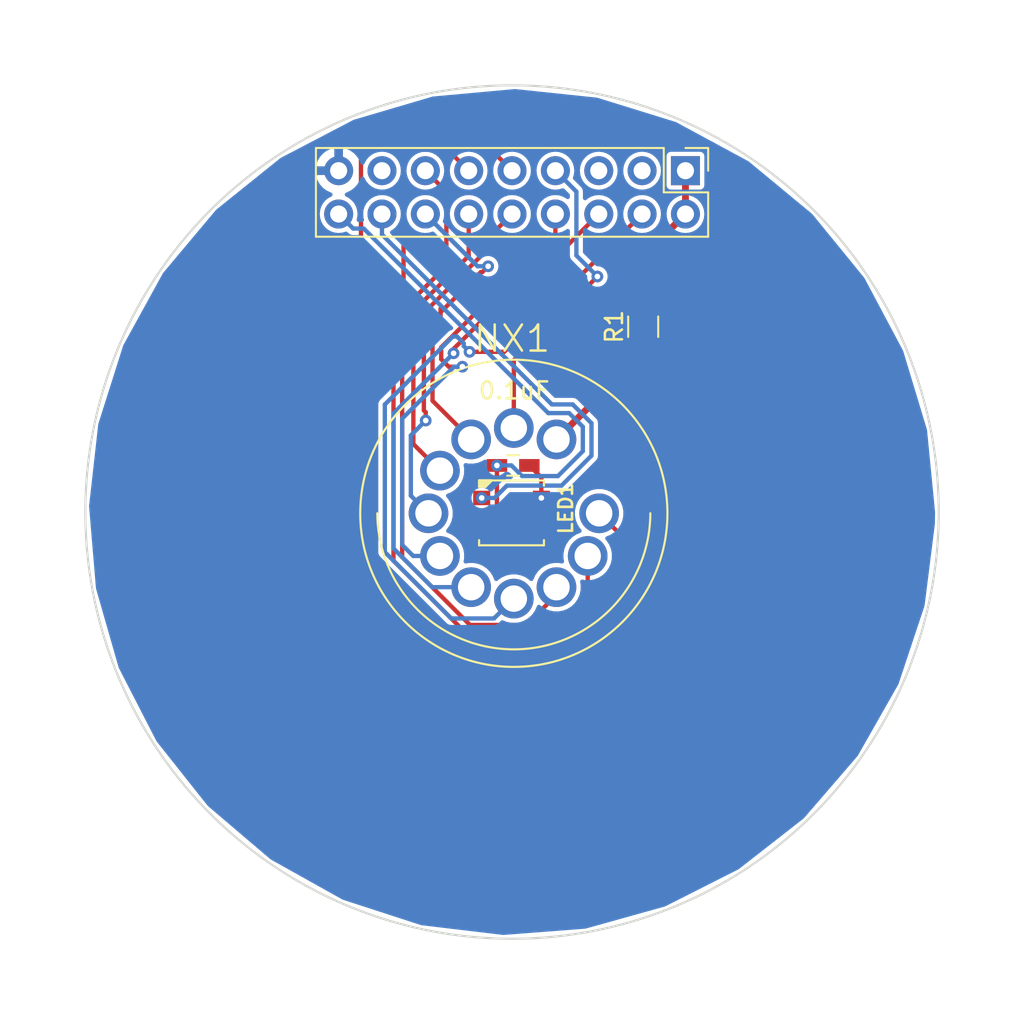
<source format=kicad_pcb>
(kicad_pcb (version 4) (host pcbnew 4.0.7)

  (general
    (links 18)
    (no_connects 0)
    (area 134.956499 94.316499 185.083501 144.443501)
    (thickness 1.6002)
    (drawings 2)
    (tracks 137)
    (zones 0)
    (modules 6)
    (nets 20)
  )

  (page A4)
  (layers
    (0 F.Cu signal)
    (31 B.Cu signal)
    (34 B.Paste user)
    (35 F.Paste user)
    (36 B.SilkS user)
    (37 F.SilkS user)
    (38 B.Mask user)
    (39 F.Mask user)
    (44 Edge.Cuts user)
  )

  (setup
    (last_trace_width 0.254)
    (user_trace_width 0.1524)
    (user_trace_width 0.2)
    (user_trace_width 0.25)
    (user_trace_width 0.3)
    (user_trace_width 0.4)
    (user_trace_width 0.5)
    (user_trace_width 0.6)
    (user_trace_width 0.8)
    (trace_clearance 0.254)
    (zone_clearance 0.1524)
    (zone_45_only no)
    (trace_min 0.1524)
    (segment_width 0.127)
    (edge_width 0.127)
    (via_size 0.6858)
    (via_drill 0.3302)
    (via_min_size 0.6858)
    (via_min_drill 0.3302)
    (uvia_size 0.508)
    (uvia_drill 0.127)
    (uvias_allowed no)
    (uvia_min_size 0.508)
    (uvia_min_drill 0.127)
    (pcb_text_width 0.127)
    (pcb_text_size 0.6 0.6)
    (mod_edge_width 0.127)
    (mod_text_size 0.6 0.6)
    (mod_text_width 0.127)
    (pad_size 1.524 1.524)
    (pad_drill 0.762)
    (pad_to_mask_clearance 0.05)
    (pad_to_paste_clearance -0.04)
    (aux_axis_origin 0 0)
    (grid_origin 160.02 119.38)
    (visible_elements 7FFFFF7F)
    (pcbplotparams
      (layerselection 0x3ffff_80000001)
      (usegerberextensions true)
      (usegerberattributes true)
      (excludeedgelayer true)
      (linewidth 0.127000)
      (plotframeref false)
      (viasonmask false)
      (mode 1)
      (useauxorigin false)
      (hpglpennumber 1)
      (hpglpenspeed 20)
      (hpglpendiameter 15)
      (hpglpenoverlay 2)
      (psnegative false)
      (psa4output false)
      (plotreference true)
      (plotvalue true)
      (plotinvisibletext false)
      (padsonsilk false)
      (subtractmaskfromsilk false)
      (outputformat 1)
      (mirror false)
      (drillshape 0)
      (scaleselection 1)
      (outputdirectory CAM/))
  )

  (net 0 "")
  (net 1 +5V)
  (net 2 GND)
  (net 3 /Anode)
  (net 4 /Din)
  (net 5 "Net-(J1-Pad3)")
  (net 6 /HV6)
  (net 7 /HV5)
  (net 8 /HV10)
  (net 9 /HV4)
  (net 10 /HV9)
  (net 11 /HV3)
  (net 12 /HV8)
  (net 13 /HV2)
  (net 14 /HV7)
  (net 15 /HV1)
  (net 16 "Net-(J1-Pad5)")
  (net 17 "Net-(NX1-PadP$3)")
  (net 18 "Net-(J1-Pad15)")
  (net 19 "Net-(LED1-Pad1-DO)")

  (net_class Default "Imperial - this is the standard class"
    (clearance 0.254)
    (trace_width 0.254)
    (via_dia 0.6858)
    (via_drill 0.3302)
    (uvia_dia 0.508)
    (uvia_drill 0.127)
    (add_net +5V)
    (add_net /Anode)
    (add_net /Din)
    (add_net /HV1)
    (add_net /HV10)
    (add_net /HV2)
    (add_net /HV3)
    (add_net /HV4)
    (add_net /HV5)
    (add_net /HV6)
    (add_net /HV7)
    (add_net /HV8)
    (add_net /HV9)
    (add_net GND)
    (add_net "Net-(J1-Pad15)")
    (add_net "Net-(J1-Pad3)")
    (add_net "Net-(J1-Pad5)")
    (add_net "Net-(LED1-Pad1-DO)")
    (add_net "Net-(NX1-PadP$3)")
  )

  (net_class 0.2mm ""
    (clearance 0.2)
    (trace_width 0.2)
    (via_dia 0.6858)
    (via_drill 0.3302)
    (uvia_dia 0.508)
    (uvia_drill 0.127)
  )

  (net_class Minimal ""
    (clearance 0.1524)
    (trace_width 0.1524)
    (via_dia 0.6858)
    (via_drill 0.3302)
    (uvia_dia 0.508)
    (uvia_drill 0.127)
  )

  (module Capacitors_SMD:C_0603_HandSoldering (layer F.Cu) (tedit 5A712598) (tstamp 5A3B0B22)
    (at 160.0835 116.6495)
    (descr "Capacitor SMD 0603, hand soldering")
    (tags "capacitor 0603")
    (path /592C7A4C)
    (attr smd)
    (fp_text reference C1 (at -2.4 0.05 90) (layer F.SilkS) hide
      (effects (font (size 1 1) (thickness 0.15)))
    )
    (fp_text value 0.1uF (at 0.0635 -4.3815) (layer F.SilkS)
      (effects (font (size 1 1) (thickness 0.15)))
    )
    (fp_text user %R (at 0 -1.25) (layer F.Fab)
      (effects (font (size 1 1) (thickness 0.15)))
    )
    (fp_line (start -0.8 0.4) (end -0.8 -0.4) (layer F.Fab) (width 0.1))
    (fp_line (start 0.8 0.4) (end -0.8 0.4) (layer F.Fab) (width 0.1))
    (fp_line (start 0.8 -0.4) (end 0.8 0.4) (layer F.Fab) (width 0.1))
    (fp_line (start -0.8 -0.4) (end 0.8 -0.4) (layer F.Fab) (width 0.1))
    (fp_line (start -0.35 -0.6) (end 0.35 -0.6) (layer F.SilkS) (width 0.12))
    (fp_line (start 0.35 0.6) (end -0.35 0.6) (layer F.SilkS) (width 0.12))
    (fp_line (start -1.8 -0.65) (end 1.8 -0.65) (layer F.CrtYd) (width 0.05))
    (fp_line (start -1.8 -0.65) (end -1.8 0.65) (layer F.CrtYd) (width 0.05))
    (fp_line (start 1.8 0.65) (end 1.8 -0.65) (layer F.CrtYd) (width 0.05))
    (fp_line (start 1.8 0.65) (end -1.8 0.65) (layer F.CrtYd) (width 0.05))
    (pad 1 smd rect (at -0.95 0) (size 1.2 0.75) (layers F.Cu F.Paste F.Mask)
      (net 1 +5V))
    (pad 2 smd rect (at 0.95 0) (size 1.2 0.75) (layers F.Cu F.Paste F.Mask)
      (net 2 GND))
    (model Capacitors_SMD.3dshapes/C_0603.wrl
      (at (xyz 0 0 0))
      (scale (xyz 1 1 1))
      (rotate (xyz 0 0 0))
    )
  )

  (module Pin_Headers:Pin_Header_Straight_2x09_Pitch2.54mm (layer F.Cu) (tedit 5A3B14FF) (tstamp 5A3B0B4A)
    (at 170.18 99.38 270)
    (descr "Through hole straight pin header, 2x09, 2.54mm pitch, double rows")
    (tags "Through hole pin header THT 2x09 2.54mm double row")
    (path /5A39B530)
    (fp_text reference J1 (at 1.27 -2.33 270) (layer F.SilkS) hide
      (effects (font (size 1 1) (thickness 0.15)))
    )
    (fp_text value Nixie (at 1.27 22.65 270) (layer F.Fab)
      (effects (font (size 1 1) (thickness 0.15)))
    )
    (fp_line (start 0 -1.27) (end 3.81 -1.27) (layer F.Fab) (width 0.1))
    (fp_line (start 3.81 -1.27) (end 3.81 21.59) (layer F.Fab) (width 0.1))
    (fp_line (start 3.81 21.59) (end -1.27 21.59) (layer F.Fab) (width 0.1))
    (fp_line (start -1.27 21.59) (end -1.27 0) (layer F.Fab) (width 0.1))
    (fp_line (start -1.27 0) (end 0 -1.27) (layer F.Fab) (width 0.1))
    (fp_line (start -1.33 21.65) (end 3.87 21.65) (layer F.SilkS) (width 0.12))
    (fp_line (start -1.33 1.27) (end -1.33 21.65) (layer F.SilkS) (width 0.12))
    (fp_line (start 3.87 -1.33) (end 3.87 21.65) (layer F.SilkS) (width 0.12))
    (fp_line (start -1.33 1.27) (end 1.27 1.27) (layer F.SilkS) (width 0.12))
    (fp_line (start 1.27 1.27) (end 1.27 -1.33) (layer F.SilkS) (width 0.12))
    (fp_line (start 1.27 -1.33) (end 3.87 -1.33) (layer F.SilkS) (width 0.12))
    (fp_line (start -1.33 0) (end -1.33 -1.33) (layer F.SilkS) (width 0.12))
    (fp_line (start -1.33 -1.33) (end 0 -1.33) (layer F.SilkS) (width 0.12))
    (fp_line (start -1.8 -1.8) (end -1.8 22.1) (layer F.CrtYd) (width 0.05))
    (fp_line (start -1.8 22.1) (end 4.35 22.1) (layer F.CrtYd) (width 0.05))
    (fp_line (start 4.35 22.1) (end 4.35 -1.8) (layer F.CrtYd) (width 0.05))
    (fp_line (start 4.35 -1.8) (end -1.8 -1.8) (layer F.CrtYd) (width 0.05))
    (fp_text user %R (at 1.27 10.16 360) (layer F.Fab)
      (effects (font (size 1 1) (thickness 0.15)))
    )
    (pad 1 thru_hole rect (at 0 0 270) (size 1.7 1.7) (drill 1) (layers *.Cu *.Mask)
      (net 3 /Anode))
    (pad 2 thru_hole oval (at 2.54 0 270) (size 1.7 1.7) (drill 1) (layers *.Cu *.Mask)
      (net 3 /Anode))
    (pad 3 thru_hole oval (at 0 2.54 270) (size 1.7 1.7) (drill 1) (layers *.Cu *.Mask)
      (net 5 "Net-(J1-Pad3)"))
    (pad 4 thru_hole oval (at 2.54 2.54 270) (size 1.7 1.7) (drill 1) (layers *.Cu *.Mask)
      (net 6 /HV6))
    (pad 5 thru_hole oval (at 0 5.08 270) (size 1.7 1.7) (drill 1) (layers *.Cu *.Mask)
      (net 16 "Net-(J1-Pad5)"))
    (pad 6 thru_hole oval (at 2.54 5.08 270) (size 1.7 1.7) (drill 1) (layers *.Cu *.Mask)
      (net 7 /HV5))
    (pad 7 thru_hole oval (at 0 7.62 270) (size 1.7 1.7) (drill 1) (layers *.Cu *.Mask)
      (net 8 /HV10))
    (pad 8 thru_hole oval (at 2.54 7.62 270) (size 1.7 1.7) (drill 1) (layers *.Cu *.Mask)
      (net 9 /HV4))
    (pad 9 thru_hole oval (at 0 10.16 270) (size 1.7 1.7) (drill 1) (layers *.Cu *.Mask)
      (net 10 /HV9))
    (pad 10 thru_hole oval (at 2.54 10.16 270) (size 1.7 1.7) (drill 1) (layers *.Cu *.Mask)
      (net 11 /HV3))
    (pad 11 thru_hole oval (at 0 12.7 270) (size 1.7 1.7) (drill 1) (layers *.Cu *.Mask)
      (net 12 /HV8))
    (pad 12 thru_hole oval (at 2.54 12.7 270) (size 1.7 1.7) (drill 1) (layers *.Cu *.Mask)
      (net 13 /HV2))
    (pad 13 thru_hole oval (at 0 15.24 270) (size 1.7 1.7) (drill 1) (layers *.Cu *.Mask)
      (net 14 /HV7))
    (pad 14 thru_hole oval (at 2.54 15.24 270) (size 1.7 1.7) (drill 1) (layers *.Cu *.Mask)
      (net 15 /HV1))
    (pad 15 thru_hole oval (at 0 17.78 270) (size 1.7 1.7) (drill 1) (layers *.Cu *.Mask)
      (net 18 "Net-(J1-Pad15)"))
    (pad 16 thru_hole oval (at 2.54 17.78 270) (size 1.7 1.7) (drill 1) (layers *.Cu *.Mask)
      (net 4 /Din))
    (pad 17 thru_hole oval (at 0 20.32 270) (size 1.7 1.7) (drill 1) (layers *.Cu *.Mask)
      (net 2 GND))
    (pad 18 thru_hole oval (at 2.54 20.32 270) (size 1.7 1.7) (drill 1) (layers *.Cu *.Mask)
      (net 1 +5V))
    (model ${KISYS3DMOD}/Pin_Headers.3dshapes/Pin_Header_Straight_2x09_Pitch2.54mm.wrl
      (at (xyz 0 0 0))
      (scale (xyz 1 1 1))
      (rotate (xyz 0 0 0))
    )
  )

  (module adafruit:adafruit-LED3535 (layer F.Cu) (tedit 5A3B14EC) (tstamp 5A3B0B5E)
    (at 159.98952 119.42826)
    (path /5A3B0860)
    (attr smd)
    (fp_text reference LED1 (at 3.175 -0.254 90) (layer F.SilkS)
      (effects (font (size 0.8128 0.8128) (thickness 0.1524)))
    )
    (fp_text value WS2812BSK6812MINI (at 0.127 2.54) (layer F.SilkS) hide
      (effects (font (size 0.4064 0.4064) (thickness 0.0508)))
    )
    (fp_line (start -1.74752 -1.74752) (end 1.74752 -1.74752) (layer Dwgs.User) (width 0.127))
    (fp_line (start 1.74752 -1.74752) (end 1.74752 1.74752) (layer Dwgs.User) (width 0.127))
    (fp_line (start 1.74752 1.74752) (end -1.74752 1.74752) (layer Dwgs.User) (width 0.127))
    (fp_line (start -1.74752 1.74752) (end -1.74752 -1.74752) (layer Dwgs.User) (width 0.127))
    (fp_line (start -1.89992 -1.59766) (end -1.89992 -1.89992) (layer F.SilkS) (width 0.127))
    (fp_line (start -1.89992 -1.89992) (end 1.89992 -1.89992) (layer F.SilkS) (width 0.127))
    (fp_line (start 1.89992 -1.89992) (end 1.89992 -1.59766) (layer F.SilkS) (width 0.127))
    (fp_line (start -1.89992 1.59766) (end -1.89992 1.89992) (layer F.SilkS) (width 0.127))
    (fp_line (start -1.89992 1.89992) (end 1.89992 1.89992) (layer F.SilkS) (width 0.127))
    (fp_line (start 1.89992 1.89992) (end 1.89992 1.59766) (layer F.SilkS) (width 0.127))
    (fp_poly (pts (xy -1.905 -1.905) (xy -1.905 -1.524) (xy -1.524 -1.524) (xy -1.143 -1.905)
      (xy -1.905 -1.905)) (layer F.SilkS) (width 0.127))
    (fp_circle (center 0 0) (end 0 -1.39954) (layer Dwgs.User) (width 0.127))
    (pad 1-DO smd rect (at 1.74752 0.87376 90) (size 0.84836 0.99822) (layers F.Cu F.Paste F.Mask)
      (net 19 "Net-(LED1-Pad1-DO)"))
    (pad 2-GN smd rect (at 1.74752 -0.87376 90) (size 0.84836 0.99822) (layers F.Cu F.Paste F.Mask)
      (net 2 GND))
    (pad 3-DI smd rect (at -1.74752 -0.87376 90) (size 0.84836 0.99822) (layers F.Cu F.Paste F.Mask)
      (net 4 /Din))
    (pad 4-VD smd rect (at -1.74752 0.87376 90) (size 0.84836 0.99822) (layers F.Cu F.Paste F.Mask)
      (net 1 +5V))
  )

  (module logos:mermaid_l (layer B.Cu) (tedit 0) (tstamp 5A3B1809)
    (at 165.52 136.08 180)
    (fp_text reference G*** (at 0 0 180) (layer B.SilkS) hide
      (effects (font (thickness 0.3)) (justify mirror))
    )
    (fp_text value LOGO (at 0.75 0 180) (layer B.SilkS) hide
      (effects (font (thickness 0.3)) (justify mirror))
    )
    (fp_poly (pts (xy 0.016811 3.773536) (xy 0.035492 3.771585) (xy 0.039687 3.770741) (xy 0.079417 3.757244)
      (xy 0.111324 3.737775) (xy 0.124832 3.725513) (xy 0.142677 3.704599) (xy 0.153161 3.684612)
      (xy 0.15793 3.661447) (xy 0.15875 3.64097) (xy 0.158058 3.61993) (xy 0.155124 3.604749)
      (xy 0.148654 3.590748) (xy 0.141938 3.580059) (xy 0.122141 3.557766) (xy 0.098998 3.544256)
      (xy 0.074141 3.539962) (xy 0.049199 3.545313) (xy 0.036501 3.55221) (xy 0.025568 3.560763)
      (xy 0.019906 3.570026) (xy 0.017449 3.584153) (xy 0.016932 3.59157) (xy 0.016648 3.608477)
      (xy 0.018904 3.618133) (xy 0.024587 3.623743) (xy 0.026084 3.624592) (xy 0.039465 3.627784)
      (xy 0.050441 3.626922) (xy 0.059967 3.622881) (xy 0.061919 3.615123) (xy 0.060823 3.608777)
      (xy 0.060289 3.596153) (xy 0.064906 3.590901) (xy 0.073078 3.592235) (xy 0.083211 3.599369)
      (xy 0.093713 3.61152) (xy 0.102989 3.6279) (xy 0.103896 3.629997) (xy 0.108418 3.643365)
      (xy 0.108287 3.6547) (xy 0.103467 3.669685) (xy 0.087643 3.698859) (xy 0.064252 3.721926)
      (xy 0.050164 3.731216) (xy 0.036916 3.737802) (xy 0.022748 3.741623) (xy 0.004134 3.743365)
      (xy -0.014288 3.743716) (xy -0.040147 3.742911) (xy -0.057394 3.740394) (xy -0.064294 3.73724)
      (xy -0.073648 3.731439) (xy -0.077728 3.730626) (xy -0.088165 3.726605) (xy -0.102163 3.716065)
      (xy -0.117406 3.701291) (xy -0.131579 3.684564) (xy -0.142367 3.668169) (xy -0.143717 3.665542)
      (xy -0.151883 3.648712) (xy -0.159332 3.633251) (xy -0.163088 3.620111) (xy -0.165384 3.598867)
      (xy -0.16631 3.568514) (xy -0.166318 3.553876) (xy -0.166026 3.5265) (xy -0.165145 3.506715)
      (xy -0.163111 3.491529) (xy -0.159359 3.477949) (xy -0.153324 3.462983) (xy -0.14625 3.447521)
      (xy -0.121753 3.405235) (xy -0.0903 3.36927) (xy -0.051325 3.33924) (xy -0.004264 3.314759)
      (xy 0.051447 3.295441) (xy 0.089958 3.28602) (xy 0.119366 3.282227) (xy 0.156195 3.281263)
      (xy 0.197719 3.282946) (xy 0.241212 3.28709) (xy 0.283951 3.293513) (xy 0.321687 3.301638)
      (xy 0.342155 3.307861) (xy 0.360849 3.315263) (xy 0.376278 3.322945) (xy 0.386953 3.330006)
      (xy 0.391385 3.335547) (xy 0.388082 3.338667) (xy 0.383597 3.339042) (xy 0.373649 3.342219)
      (xy 0.357833 3.350734) (xy 0.338335 3.36306) (xy 0.317344 3.377673) (xy 0.297047 3.393046)
      (xy 0.279632 3.407655) (xy 0.267286 3.419973) (xy 0.26692 3.420407) (xy 0.246827 3.446164)
      (xy 0.232225 3.469838) (xy 0.221889 3.494463) (xy 0.214597 3.523071) (xy 0.209127 3.558694)
      (xy 0.208269 3.565849) (xy 0.208225 3.599519) (xy 0.214696 3.635439) (xy 0.226608 3.670269)
      (xy 0.242885 3.700666) (xy 0.257355 3.718587) (xy 0.284712 3.739246) (xy 0.316451 3.752322)
      (xy 0.350326 3.757709) (xy 0.384089 3.755304) (xy 0.415495 3.745003) (xy 0.441854 3.727116)
      (xy 0.456743 3.708989) (xy 0.464158 3.687733) (xy 0.465666 3.667574) (xy 0.46447 3.649678)
      (xy 0.459418 3.636679) (xy 0.44831 3.623019) (xy 0.447843 3.622523) (xy 0.432662 3.60928)
      (xy 0.418526 3.60395) (xy 0.413448 3.603625) (xy 0.394908 3.608269) (xy 0.381565 3.620647)
      (xy 0.375782 3.638431) (xy 0.375708 3.640833) (xy 0.378805 3.655072) (xy 0.386689 3.660815)
      (xy 0.397247 3.657238) (xy 0.40302 3.65151) (xy 0.411119 3.643576) (xy 0.417703 3.64383)
      (xy 0.420717 3.645984) (xy 0.426691 3.656909) (xy 0.428309 3.673525) (xy 0.425542 3.691863)
      (xy 0.421138 3.703294) (xy 0.410709 3.716673) (xy 0.399156 3.725521) (xy 0.381042 3.731036)
      (xy 0.358057 3.732598) (xy 0.335132 3.730244) (xy 0.318905 3.724949) (xy 0.298369 3.711409)
      (xy 0.278961 3.693672) (xy 0.264484 3.675356) (xy 0.26187 3.670693) (xy 0.258107 3.658302)
      (xy 0.255508 3.640465) (xy 0.254155 3.620218) (xy 0.254128 3.6006) (xy 0.25551 3.584648)
      (xy 0.258381 3.5754) (xy 0.259291 3.574521) (xy 0.263387 3.567227) (xy 0.264583 3.558334)
      (xy 0.266434 3.54854) (xy 0.269875 3.545417) (xy 0.274956 3.541344) (xy 0.275166 3.539772)
      (xy 0.278369 3.532005) (xy 0.286651 3.519125) (xy 0.298022 3.503894) (xy 0.310492 3.489074)
      (xy 0.315691 3.483521) (xy 0.332808 3.469181) (xy 0.356966 3.453086) (xy 0.385192 3.436898)
      (xy 0.41451 3.422278) (xy 0.441945 3.410886) (xy 0.451563 3.407656) (xy 0.513508 3.39253)
      (xy 0.572008 3.386659) (xy 0.6285 3.390216) (xy 0.684423 3.403376) (xy 0.741216 3.42631)
      (xy 0.78052 3.447259) (xy 0.817352 3.46804) (xy 0.848125 3.483558) (xy 0.875501 3.494552)
      (xy 0.902139 3.501759) (xy 0.9307 3.505917) (xy 0.963843 3.507764) (xy 0.999762 3.50806)
      (xy 1.029829 3.507596) (xy 1.058475 3.506543) (xy 1.08289 3.505047) (xy 1.100268 3.50325)
      (xy 1.103312 3.502746) (xy 1.124251 3.498943) (xy 1.148566 3.494739) (xy 1.16152 3.492588)
      (xy 1.183437 3.488718) (xy 1.205109 3.484407) (xy 1.21576 3.482026) (xy 1.242534 3.475574)
      (xy 1.261268 3.470981) (xy 1.27422 3.467665) (xy 1.283649 3.465044) (xy 1.29181 3.462534)
      (xy 1.293812 3.46189) (xy 1.330054 3.447173) (xy 1.362613 3.428217) (xy 1.390124 3.406284)
      (xy 1.411222 3.382636) (xy 1.42454 3.358536) (xy 1.428749 3.337087) (xy 1.430965 3.31796)
      (xy 1.436932 3.293293) (xy 1.445634 3.266996) (xy 1.4496 3.257021) (xy 1.460028 3.223921)
      (xy 1.465344 3.188889) (xy 1.465701 3.173183) (xy 1.465206 3.152449) (xy 1.465622 3.140318)
      (xy 1.467505 3.134815) (xy 1.471411 3.133966) (xy 1.476375 3.135313) (xy 1.485246 3.136563)
      (xy 1.485546 3.132317) (xy 1.477379 3.123141) (xy 1.473497 3.119686) (xy 1.464568 3.110292)
      (xy 1.463129 3.101507) (xy 1.465406 3.093994) (xy 1.472998 3.082438) (xy 1.485846 3.06985)
      (xy 1.491895 3.065257) (xy 1.507592 3.051442) (xy 1.513053 3.038041) (xy 1.508312 3.023896)
      (xy 1.493572 3.007997) (xy 1.481954 2.996879) (xy 1.477871 2.989625) (xy 1.480148 2.984092)
      (xy 1.480343 2.983889) (xy 1.48489 2.973373) (xy 1.486712 2.956585) (xy 1.485771 2.93749)
      (xy 1.482027 2.920051) (xy 1.481007 2.917281) (xy 1.468042 2.883178) (xy 1.459777 2.85676)
      (xy 1.455764 2.836468) (xy 1.455208 2.827306) (xy 1.451635 2.812089) (xy 1.440656 2.801224)
      (xy 1.433744 2.797314) (xy 1.425278 2.794661) (xy 1.41333 2.793085) (xy 1.395971 2.79241)
      (xy 1.371273 2.792457) (xy 1.349375 2.792809) (xy 1.31873 2.793255) (xy 1.296659 2.793112)
      (xy 1.281157 2.792186) (xy 1.270221 2.790279) (xy 1.261849 2.787196) (xy 1.255447 2.783626)
      (xy 1.244268 2.774775) (xy 1.238474 2.766405) (xy 1.23825 2.764974) (xy 1.235863 2.757876)
      (xy 1.233805 2.756959) (xy 1.229201 2.752098) (xy 1.223916 2.739092) (xy 1.218503 2.720308)
      (xy 1.213515 2.698112) (xy 1.209506 2.674871) (xy 1.207028 2.652951) (xy 1.2065 2.640132)
      (xy 1.207874 2.614203) (xy 1.211589 2.582523) (xy 1.217032 2.549504) (xy 1.222776 2.522803)
      (xy 1.235661 2.473043) (xy 1.247332 2.433315) (xy 1.257929 2.403156) (xy 1.259293 2.399771)
      (xy 1.264013 2.387513) (xy 1.269636 2.371955) (xy 1.270086 2.370667) (xy 1.278721 2.347809)
      (xy 1.289907 2.322021) (xy 1.304888 2.290463) (xy 1.308378 2.283355) (xy 1.317963 2.259043)
      (xy 1.323702 2.234224) (xy 1.325348 2.211548) (xy 1.322652 2.19366) (xy 1.317561 2.184909)
      (xy 1.307186 2.176016) (xy 1.292853 2.165074) (xy 1.277255 2.153968) (xy 1.263087 2.144581)
      (xy 1.253044 2.138797) (xy 1.250232 2.137834) (xy 1.242386 2.13401) (xy 1.231208 2.124466)
      (xy 1.219519 2.11209) (xy 1.21014 2.099773) (xy 1.206613 2.093154) (xy 1.204218 2.073293)
      (xy 1.210459 2.048342) (xy 1.211685 2.04523) (xy 1.220793 2.023791) (xy 1.23213 1.998543)
      (xy 1.244765 1.971403) (xy 1.257766 1.944284) (xy 1.270202 1.9191) (xy 1.281142 1.897767)
      (xy 1.289653 1.882198) (xy 1.294804 1.874308) (xy 1.294911 1.874195) (xy 1.300737 1.866426)
      (xy 1.30175 1.863411) (xy 1.305702 1.855954) (xy 1.316422 1.843726) (xy 1.332206 1.828296)
      (xy 1.351351 1.811235) (xy 1.372151 1.794113) (xy 1.392903 1.778501) (xy 1.397 1.775628)
      (xy 1.412481 1.764474) (xy 1.432822 1.749179) (xy 1.456251 1.731147) (xy 1.480994 1.711783)
      (xy 1.505277 1.692489) (xy 1.527327 1.674669) (xy 1.54537 1.659728) (xy 1.557633 1.649068)
      (xy 1.561041 1.645785) (xy 1.566531 1.641261) (xy 1.577559 1.632846) (xy 1.584854 1.62743)
      (xy 1.599074 1.616479) (xy 1.610642 1.606732) (xy 1.613958 1.603563) (xy 1.621166 1.597319)
      (xy 1.63503 1.586326) (xy 1.653625 1.57203) (xy 1.675029 1.555881) (xy 1.697317 1.539326)
      (xy 1.718566 1.523814) (xy 1.736854 1.510793) (xy 1.740958 1.507944) (xy 1.75542 1.497422)
      (xy 1.767734 1.487559) (xy 1.769672 1.48584) (xy 1.781335 1.477351) (xy 1.789516 1.473434)
      (xy 1.797549 1.469117) (xy 1.799166 1.466423) (xy 1.803588 1.462135) (xy 1.814535 1.456503)
      (xy 1.817687 1.455209) (xy 1.829662 1.449593) (xy 1.835937 1.444862) (xy 1.836208 1.4441)
      (xy 1.840779 1.440501) (xy 1.852852 1.434525) (xy 1.869967 1.42737) (xy 1.872824 1.426267)
      (xy 1.88894 1.420424) (xy 1.902804 1.416562) (xy 1.917198 1.414357) (xy 1.934907 1.413483)
      (xy 1.958714 1.413615) (xy 1.977334 1.414048) (xy 2.011477 1.415666) (xy 2.050591 1.418652)
      (xy 2.089221 1.422539) (xy 2.114726 1.425785) (xy 2.14488 1.42989) (xy 2.16751 1.432256)
      (xy 2.18552 1.432964) (xy 2.201812 1.432095) (xy 2.219288 1.429731) (xy 2.224528 1.428856)
      (xy 2.245404 1.424861) (xy 2.257747 1.421152) (xy 2.263552 1.416902) (xy 2.264833 1.412127)
      (xy 2.263508 1.406717) (xy 2.257986 1.403732) (xy 2.245944 1.402491) (xy 2.231409 1.402292)
      (xy 2.207764 1.401303) (xy 2.182238 1.398663) (xy 2.158033 1.394866) (xy 2.138355 1.390404)
      (xy 2.12725 1.386276) (xy 2.123304 1.383434) (xy 2.123829 1.381057) (xy 2.130164 1.378752)
      (xy 2.143652 1.376125) (xy 2.165634 1.37278) (xy 2.180166 1.370725) (xy 2.208747 1.366286)
      (xy 2.230983 1.361492) (xy 2.251087 1.355226) (xy 2.27327 1.34637) (xy 2.275416 1.345449)
      (xy 2.291879 1.337058) (xy 2.307873 1.326809) (xy 2.32072 1.316668) (xy 2.327745 1.308602)
      (xy 2.328333 1.306591) (xy 2.323743 1.304335) (xy 2.312281 1.304011) (xy 2.297402 1.305252)
      (xy 2.282566 1.307694) (xy 2.271229 1.31097) (xy 2.267743 1.312991) (xy 2.258675 1.31683)
      (xy 2.251604 1.317626) (xy 2.239817 1.320172) (xy 2.234786 1.323331) (xy 2.225761 1.326846)
      (xy 2.213884 1.326984) (xy 2.204136 1.325219) (xy 2.204029 1.323129) (xy 2.20927 1.320799)
      (xy 2.23606 1.310129) (xy 2.25511 1.301894) (xy 2.268643 1.294964) (xy 2.278885 1.288209)
      (xy 2.287322 1.281169) (xy 2.296853 1.2715) (xy 2.301715 1.264499) (xy 2.301875 1.263719)
      (xy 2.297454 1.259587) (xy 2.285098 1.260225) (xy 2.266162 1.265338) (xy 2.242005 1.274631)
      (xy 2.232778 1.27872) (xy 2.210862 1.287938) (xy 2.195226 1.292907) (xy 2.186673 1.293593)
      (xy 2.186011 1.289959) (xy 2.194044 1.28197) (xy 2.19612 1.28034) (xy 2.207237 1.273141)
      (xy 2.215319 1.270118) (xy 2.221801 1.265714) (xy 2.226876 1.256324) (xy 2.227791 1.251047)
      (xy 2.223516 1.248302) (xy 2.212505 1.249392) (xy 2.197482 1.253408) (xy 2.181171 1.259436)
      (xy 2.166296 1.266566) (xy 2.15558 1.273887) (xy 2.153708 1.275833) (xy 2.146702 1.280288)
      (xy 2.132687 1.286789) (xy 2.114695 1.294037) (xy 2.095756 1.300732) (xy 2.095124 1.300937)
      (xy 2.07869 1.304461) (xy 2.057774 1.306667) (xy 2.046312 1.307042) (xy 2.028903 1.306558)
      (xy 2.018807 1.304253) (xy 2.012768 1.298853) (xy 2.009183 1.29249) (xy 2.005287 1.278785)
      (xy 2.008579 1.265874) (xy 2.019902 1.252443) (xy 2.040101 1.237179) (xy 2.048014 1.232048)
      (xy 2.069352 1.218173) (xy 2.083328 1.207722) (xy 2.091758 1.198848) (xy 2.096459 1.189706)
      (xy 2.098878 1.180349) (xy 2.099775 1.168122) (xy 2.095521 1.163627) (xy 2.094838 1.16354)
      (xy 2.077123 1.165005) (xy 2.064663 1.173081) (xy 2.054291 1.180457) (xy 2.036679 1.190046)
      (xy 2.014573 1.20055) (xy 1.990717 1.210671) (xy 1.967857 1.219114) (xy 1.965854 1.219776)
      (xy 1.928101 1.233609) (xy 1.898307 1.248381) (xy 1.87387 1.26573) (xy 1.852189 1.287294)
      (xy 1.844908 1.29597) (xy 1.82922 1.314316) (xy 1.813605 1.330793) (xy 1.80082 1.342542)
      (xy 1.797992 1.344686) (xy 1.786309 1.353213) (xy 1.778836 1.359346) (xy 1.778 1.360236)
      (xy 1.771224 1.365606) (xy 1.75693 1.374794) (xy 1.736985 1.386729) (xy 1.713259 1.400343)
      (xy 1.687619 1.414565) (xy 1.661936 1.428326) (xy 1.638076 1.440557) (xy 1.635125 1.442019)
      (xy 1.587553 1.46584) (xy 1.546283 1.487396) (xy 1.507857 1.50852) (xy 1.481666 1.52353)
      (xy 1.464862 1.532936) (xy 1.450648 1.540248) (xy 1.443302 1.543429) (xy 1.435482 1.548118)
      (xy 1.434041 1.551076) (xy 1.429946 1.555562) (xy 1.42835 1.55575) (xy 1.421455 1.558368)
      (xy 1.407463 1.565519) (xy 1.388265 1.576151) (xy 1.365753 1.589212) (xy 1.341819 1.60365)
      (xy 1.338081 1.605957) (xy 1.328838 1.611626) (xy 1.314356 1.620452) (xy 1.303686 1.626934)
      (xy 1.289183 1.635949) (xy 1.278713 1.64286) (xy 1.275291 1.645485) (xy 1.269816 1.650117)
      (xy 1.258818 1.65865) (xy 1.251479 1.66417) (xy 1.234056 1.677274) (xy 1.220686 1.687881)
      (xy 1.208649 1.698391) (xy 1.195222 1.711206) (xy 1.177684 1.728725) (xy 1.173427 1.733021)
      (xy 1.154691 1.753203) (xy 1.136473 1.774958) (xy 1.121826 1.794574) (xy 1.117957 1.80049)
      (xy 1.107458 1.815879) (xy 1.098096 1.826821) (xy 1.091977 1.830917) (xy 1.085418 1.828569)
      (xy 1.084785 1.826948) (xy 1.081627 1.820717) (xy 1.073818 1.810294) (xy 1.071556 1.807605)
      (xy 1.063024 1.796859) (xy 1.058535 1.789598) (xy 1.058333 1.788759) (xy 1.055116 1.78268)
      (xy 1.048847 1.77503) (xy 1.038358 1.760344) (xy 1.026121 1.737991) (xy 1.013216 1.710506)
      (xy 1.00072 1.680421) (xy 0.989714 1.650268) (xy 0.981275 1.622581) (xy 0.977986 1.608667)
      (xy 0.968972 1.562362) (xy 0.962328 1.523365) (xy 0.95779 1.488735) (xy 0.955093 1.45553)
      (xy 0.953972 1.420809) (xy 0.954162 1.38163) (xy 0.954874 1.352021) (xy 0.955956 1.318336)
      (xy 0.957154 1.287144) (xy 0.958377 1.260422) (xy 0.959534 1.240144) (xy 0.960534 1.228284)
      (xy 0.960617 1.227667) (xy 0.961429 1.217554) (xy 0.962358 1.198447) (xy 0.96335 1.171939)
      (xy 0.964353 1.139617) (xy 0.96531 1.103071) (xy 0.96617 1.063891) (xy 0.966176 1.063625)
      (xy 0.966988 1.016579) (xy 0.967314 0.977779) (xy 0.967075 0.9449) (xy 0.96619 0.915612)
      (xy 0.964579 0.887587) (xy 0.962164 0.858498) (xy 0.958863 0.826017) (xy 0.95765 0.814917)
      (xy 0.951084 0.75682) (xy 0.945176 0.707679) (xy 0.939682 0.665903) (xy 0.934356 0.629902)
      (xy 0.928956 0.598088) (xy 0.923235 0.56887) (xy 0.916949 0.54066) (xy 0.912885 0.523875)
      (xy 0.906794 0.498662) (xy 0.901413 0.475129) (xy 0.897462 0.456489) (xy 0.895973 0.44834)
      (xy 0.892856 0.434708) (xy 0.889085 0.426281) (xy 0.888285 0.425538) (xy 0.884592 0.418555)
      (xy 0.883669 0.411115) (xy 0.882028 0.401383) (xy 0.877635 0.38436) (xy 0.871226 0.362746)
      (xy 0.866028 0.346605) (xy 0.857767 0.321534) (xy 0.84996 0.297435) (xy 0.843739 0.277819)
      (xy 0.841302 0.269875) (xy 0.836378 0.25453) (xy 0.832191 0.243342) (xy 0.830942 0.240771)
      (xy 0.827336 0.232696) (xy 0.822295 0.21902) (xy 0.820702 0.214313) (xy 0.81395 0.195276)
      (xy 0.806669 0.176625) (xy 0.80583 0.174625) (xy 0.798972 0.158321) (xy 0.792944 0.14374)
      (xy 0.792593 0.142875) (xy 0.786649 0.129107) (xy 0.782549 0.120458) (xy 0.778574 0.110063)
      (xy 0.777875 0.105842) (xy 0.775639 0.099184) (xy 0.769428 0.084596) (xy 0.759982 0.063622)
      (xy 0.748042 0.037806) (xy 0.734349 0.008691) (xy 0.719644 -0.022178) (xy 0.704668 -0.053257)
      (xy 0.690162 -0.083002) (xy 0.676867 -0.10987) (xy 0.665523 -0.132316) (xy 0.656873 -0.148797)
      (xy 0.651656 -0.157769) (xy 0.650888 -0.15875) (xy 0.64704 -0.164585) (xy 0.640139 -0.176579)
      (xy 0.635415 -0.185208) (xy 0.622667 -0.207639) (xy 0.605809 -0.235506) (xy 0.586295 -0.266573)
      (xy 0.565581 -0.298607) (xy 0.545121 -0.329373) (xy 0.52637 -0.356639) (xy 0.510784 -0.378168)
      (xy 0.504464 -0.386291) (xy 0.49882 -0.393433) (xy 0.48822 -0.406992) (xy 0.474188 -0.425014)
      (xy 0.458423 -0.445321) (xy 0.386268 -0.531586) (xy 0.305323 -0.615902) (xy 0.217382 -0.696433)
      (xy 0.193138 -0.716902) (xy 0.177764 -0.729736) (xy 0.165728 -0.739925) (xy 0.159212 -0.745619)
      (xy 0.15875 -0.74607) (xy 0.15364 -0.750212) (xy 0.141905 -0.75919) (xy 0.125441 -0.771566)
      (xy 0.111125 -0.782215) (xy 0.091503 -0.796811) (xy 0.074346 -0.809688) (xy 0.061903 -0.819151)
      (xy 0.057234 -0.822811) (xy 0.046348 -0.830914) (xy 0.033422 -0.839659) (xy 0.019429 -0.849492)
      (xy 0.008262 -0.85853) (xy -0.00115 -0.865562) (xy -0.006772 -0.867833) (xy -0.013177 -0.871028)
      (xy -0.024494 -0.879231) (xy -0.033185 -0.886354) (xy -0.046046 -0.896711) (xy -0.055853 -0.903433)
      (xy -0.059243 -0.904875) (xy -0.065136 -0.907527) (xy -0.076973 -0.9143) (xy -0.09191 -0.923419)
      (xy -0.107104 -0.933106) (xy -0.119711 -0.941585) (xy -0.126887 -0.947081) (xy -0.127 -0.947193)
      (xy -0.133129 -0.951521) (xy -0.142875 -0.957378) (xy -0.152011 -0.962765) (xy -0.168175 -0.972485)
      (xy -0.189376 -0.985333) (xy -0.213623 -1.000104) (xy -0.223801 -1.006326) (xy -0.247553 -1.020777)
      (xy -0.267952 -1.033032) (xy -0.283378 -1.04213) (xy -0.292207 -1.047106) (xy -0.293632 -1.04775)
      (xy -0.298902 -1.050229) (xy -0.310818 -1.056768) (xy -0.326931 -1.066017) (xy -0.328991 -1.067222)
      (xy -0.356603 -1.083148) (xy -0.386048 -1.099703) (xy -0.414493 -1.115327) (xy -0.439106 -1.128464)
      (xy -0.455084 -1.136599) (xy -0.467632 -1.14309) (xy -0.475484 -1.147821) (xy -0.47625 -1.148468)
      (xy -0.481786 -1.151903) (xy -0.494692 -1.158989) (xy -0.512891 -1.168607) (xy -0.529167 -1.177013)
      (xy -0.578322 -1.202179) (xy -0.622845 -1.225001) (xy -0.661951 -1.245075) (xy -0.694854 -1.261998)
      (xy -0.720769 -1.275365) (xy -0.73891 -1.284772) (xy -0.748492 -1.289816) (xy -0.748968 -1.290075)
      (xy -0.758048 -1.294813) (xy -0.773987 -1.302904) (xy -0.794153 -1.313017) (xy -0.80698 -1.3194)
      (xy -0.881231 -1.35675) (xy -0.94652 -1.390707) (xy -1.003734 -1.421745) (xy -1.05376 -1.450342)
      (xy -1.076855 -1.464177) (xy -1.090458 -1.471801) (xy -1.098021 -1.475597) (xy -1.105412 -1.479911)
      (xy -1.119579 -1.488876) (xy -1.138874 -1.501392) (xy -1.161647 -1.516359) (xy -1.18625 -1.532677)
      (xy -1.211035 -1.549246) (xy -1.234352 -1.564966) (xy -1.254552 -1.578737) (xy -1.269988 -1.58946)
      (xy -1.279009 -1.596033) (xy -1.280584 -1.5974) (xy -1.28583 -1.602217) (xy -1.296881 -1.611472)
      (xy -1.309688 -1.621833) (xy -1.369914 -1.675393) (xy -1.421218 -1.732685) (xy -1.463288 -1.79318)
      (xy -1.495811 -1.856346) (xy -1.518476 -1.921651) (xy -1.530971 -1.988566) (xy -1.532115 -2.00072)
      (xy -1.533533 -2.021291) (xy -1.533389 -2.03401) (xy -1.531178 -2.041555) (xy -1.526396 -2.046606)
      (xy -1.523028 -2.048937) (xy -1.508982 -2.055507) (xy -1.492365 -2.060056) (xy -1.492229 -2.060079)
      (xy -1.452691 -2.067475) (xy -1.418964 -2.075738) (xy -1.394355 -2.083271) (xy -1.372487 -2.090356)
      (xy -1.346337 -2.098616) (xy -1.322917 -2.10585) (xy -1.302468 -2.112199) (xy -1.284909 -2.117877)
      (xy -1.273608 -2.12179) (xy -1.272646 -2.122164) (xy -1.262724 -2.125949) (xy -1.246121 -2.132103)
      (xy -1.226116 -2.139411) (xy -1.222375 -2.140766) (xy -1.203039 -2.148094) (xy -1.187481 -2.154598)
      (xy -1.178496 -2.159093) (xy -1.177661 -2.159711) (xy -1.168071 -2.163984) (xy -1.164987 -2.164291)
      (xy -1.156849 -2.166561) (xy -1.141251 -2.172762) (xy -1.120145 -2.181983) (xy -1.095482 -2.193313)
      (xy -1.069213 -2.20584) (xy -1.043289 -2.218653) (xy -1.019661 -2.230841) (xy -1.002771 -2.240067)
      (xy -0.979183 -2.253619) (xy -0.954406 -2.268128) (xy -0.930964 -2.28209) (xy -0.911386 -2.293997)
      (xy -0.898196 -2.302344) (xy -0.897227 -2.302991) (xy -0.84537 -2.340492) (xy -0.792658 -2.383257)
      (xy -0.741528 -2.42907) (xy -0.694416 -2.475712) (xy -0.653759 -2.520968) (xy -0.642579 -2.534708)
      (xy -0.628634 -2.552018) (xy -0.616971 -2.565902) (xy -0.609232 -2.574434) (xy -0.607219 -2.576159)
      (xy -0.603295 -2.582213) (xy -0.60325 -2.582995) (xy -0.599953 -2.59017) (xy -0.592419 -2.599694)
      (xy -0.584795 -2.609595) (xy -0.573492 -2.626331) (xy -0.559985 -2.647494) (xy -0.545751 -2.670677)
      (xy -0.532266 -2.693472) (xy -0.521004 -2.713471) (xy -0.513442 -2.728265) (xy -0.512956 -2.729342)
      (xy -0.506925 -2.740667) (xy -0.501953 -2.746251) (xy -0.501417 -2.746375) (xy -0.497764 -2.750622)
      (xy -0.497417 -2.753524) (xy -0.495063 -2.76201) (xy -0.489037 -2.775934) (xy -0.484188 -2.785554)
      (xy -0.476676 -2.800966) (xy -0.471883 -2.81327) (xy -0.470959 -2.817651) (xy -0.468504 -2.82541)
      (xy -0.46699 -2.826631) (xy -0.463351 -2.832354) (xy -0.457475 -2.846051) (xy -0.450118 -2.865545)
      (xy -0.442034 -2.888659) (xy -0.433976 -2.913215) (xy -0.4267 -2.937036) (xy -0.420958 -2.957944)
      (xy -0.419645 -2.963333) (xy -0.414816 -2.982772) (xy -0.410227 -2.999259) (xy -0.40721 -3.008312)
      (xy -0.403349 -3.020934) (xy -0.400065 -3.036847) (xy -0.399977 -3.037416) (xy -0.397973 -3.049953)
      (xy -0.394675 -3.070065) (xy -0.390554 -3.094892) (xy -0.386442 -3.119437) (xy -0.382507 -3.145522)
      (xy -0.379552 -3.172135) (xy -0.377442 -3.20146) (xy -0.376041 -3.23568) (xy -0.375217 -3.276977)
      (xy -0.374941 -3.306237) (xy -0.374907 -3.341428) (xy -0.375253 -3.373114) (xy -0.375932 -3.399753)
      (xy -0.376895 -3.4198) (xy -0.378095 -3.431711) (xy -0.378888 -3.43429) (xy -0.385103 -3.433466)
      (xy -0.398593 -3.427213) (xy -0.41801 -3.416235) (xy -0.441209 -3.401752) (xy -0.483878 -3.374892)
      (xy -0.526415 -3.34985) (xy -0.571041 -3.325433) (xy -0.619976 -3.30045) (xy -0.67544 -3.27371)
      (xy -0.709084 -3.258031) (xy -0.744498 -3.241758) (xy -0.773275 -3.228687) (xy -0.794644 -3.21916)
      (xy -0.807839 -3.213522) (xy -0.812017 -3.212041) (xy -0.817473 -3.210007) (xy -0.830202 -3.204577)
      (xy -0.847855 -3.196764) (xy -0.855541 -3.193302) (xy -0.87586 -3.184131) (xy -0.893504 -3.176218)
      (xy -0.905456 -3.170914) (xy -0.907521 -3.170016) (xy -0.918356 -3.165316) (xy -0.934412 -3.158299)
      (xy -0.944563 -3.153846) (xy -0.976212 -3.140021) (xy -0.999364 -3.130101) (xy -1.015151 -3.123604)
      (xy -1.018646 -3.12224) (xy -1.034695 -3.115354) (xy -1.057193 -3.104752) (xy -1.083338 -3.091857)
      (xy -1.110325 -3.078089) (xy -1.135352 -3.064868) (xy -1.155614 -3.053616) (xy -1.164167 -3.048495)
      (xy -1.18064 -3.036718) (xy -1.199817 -3.020816) (xy -1.220061 -3.002427) (xy -1.239737 -2.983188)
      (xy -1.257209 -2.964736) (xy -1.27084 -2.948708) (xy -1.278994 -2.936743) (xy -1.280584 -2.931984)
      (xy -1.284494 -2.925639) (xy -1.284991 -2.925409) (xy -1.290019 -2.9202) (xy -1.298403 -2.9087)
      (xy -1.308276 -2.893826) (xy -1.317775 -2.878494) (xy -1.325035 -2.865619) (xy -1.32819 -2.858117)
      (xy -1.328209 -2.857838) (xy -1.332 -2.851529) (xy -1.332427 -2.851326) (xy -1.337013 -2.84591)
      (xy -1.344025 -2.834059) (xy -1.348297 -2.82575) (xy -1.354863 -2.813311) (xy -1.359169 -2.807024)
      (xy -1.360124 -2.807229) (xy -1.360267 -2.814002) (xy -1.360556 -2.829563) (xy -1.360961 -2.852114)
      (xy -1.361448 -2.879861) (xy -1.36193 -2.90777) (xy -1.363484 -2.959059) (xy -1.366614 -3.002125)
      (xy -1.371909 -3.039285) (xy -1.379955 -3.072855) (xy -1.391341 -3.105149) (xy -1.406655 -3.138482)
      (xy -1.426484 -3.175172) (xy -1.432473 -3.185583) (xy -1.441516 -3.200851) (xy -1.454792 -3.222887)
      (xy -1.470945 -3.249473) (xy -1.488616 -3.278392) (xy -1.506447 -3.307427) (xy -1.523079 -3.334361)
      (xy -1.537156 -3.356975) (xy -1.546782 -3.372217) (xy -1.556574 -3.387882) (xy -1.563588 -3.399817)
      (xy -1.566333 -3.405482) (xy -1.566334 -3.405513) (xy -1.569332 -3.411428) (xy -1.571875 -3.414671)
      (xy -1.578955 -3.424037) (xy -1.58836 -3.437955) (xy -1.598309 -3.453578) (xy -1.607021 -3.468061)
      (xy -1.612717 -3.478559) (xy -1.613959 -3.481937) (xy -1.617841 -3.488012) (xy -1.618012 -3.48809)
      (xy -1.62267 -3.49336) (xy -1.6306 -3.505128) (xy -1.640113 -3.520543) (xy -1.649522 -3.536754)
      (xy -1.657137 -3.550911) (xy -1.661271 -3.560162) (xy -1.661584 -3.56167) (xy -1.66483 -3.566534)
      (xy -1.665553 -3.566624) (xy -1.670608 -3.570852) (xy -1.67527 -3.57853) (xy -1.6797 -3.587499)
      (xy -1.687831 -3.603801) (xy -1.698602 -3.625313) (xy -1.710953 -3.649918) (xy -1.714283 -3.656541)
      (xy -1.728714 -3.685357) (xy -1.739369 -3.707018) (xy -1.747301 -3.723791) (xy -1.753561 -3.73794)
      (xy -1.759201 -3.751728) (xy -1.762834 -3.761052) (xy -1.768776 -3.776191) (xy -1.77226 -3.784864)
      (xy -1.776532 -3.796565) (xy -1.782292 -3.813799) (xy -1.786124 -3.825875) (xy -1.794107 -3.850123)
      (xy -1.800605 -3.864974) (xy -1.806629 -3.871317) (xy -1.813196 -3.870039) (xy -1.821317 -3.862026)
      (xy -1.823851 -3.858896) (xy -1.834996 -3.845041) (xy -1.845018 -3.832935) (xy -1.860304 -3.814747)
      (xy -1.871524 -3.80089) (xy -1.881557 -3.787711) (xy -1.892096 -3.773209) (xy -1.901907 -3.758672)
      (xy -1.908513 -3.747198) (xy -1.910292 -3.74234) (xy -1.913744 -3.735549) (xy -1.9147 -3.735034)
      (xy -1.920879 -3.728832) (xy -1.93058 -3.714612) (xy -1.942942 -3.693993) (xy -1.957108 -3.668592)
      (xy -1.972218 -3.640026) (xy -1.987415 -3.609913) (xy -2.001841 -3.579871) (xy -2.014636 -3.551517)
      (xy -2.02375 -3.529541) (xy -2.030337 -3.513335) (xy -2.036097 -3.500143) (xy -2.037835 -3.49654)
      (xy -2.041998 -3.483106) (xy -2.042584 -3.477009) (xy -2.044998 -3.466849) (xy -2.047875 -3.463395)
      (xy -2.052009 -3.456083) (xy -2.053167 -3.44752) (xy -2.054935 -3.436601) (xy -2.057874 -3.432007)
      (xy -2.06186 -3.425217) (xy -2.065111 -3.412716) (xy -2.06525 -3.411851) (xy -2.068334 -3.396797)
      (xy -2.073297 -3.37719) (xy -2.076624 -3.3655) (xy -2.081421 -3.348705) (xy -2.085851 -3.331208)
      (xy -2.090465 -3.310549) (xy -2.095814 -3.284268) (xy -2.102103 -3.251729) (xy -2.104118 -3.235184)
      (xy -2.105738 -3.210034) (xy -2.106964 -3.178127) (xy -2.107796 -3.141317) (xy -2.108236 -3.101454)
      (xy -2.108284 -3.060389) (xy -2.107942 -3.019973) (xy -2.10721 -2.982059) (xy -2.10609 -2.948496)
      (xy -2.104582 -2.921137) (xy -2.102689 -2.901833) (xy -2.101907 -2.897187) (xy -2.097408 -2.875018)
      (xy -2.092897 -2.852736) (xy -2.090653 -2.841625) (xy -2.086154 -2.822216) (xy -2.080107 -2.799624)
      (xy -2.076886 -2.788708) (xy -2.071304 -2.769055) (xy -2.066835 -2.750617) (xy -2.06525 -2.742357)
      (xy -2.062104 -2.729658) (xy -2.058113 -2.722367) (xy -2.057874 -2.722201) (xy -2.054205 -2.715199)
      (xy -2.053167 -2.706687) (xy -2.05117 -2.695606) (xy -2.047875 -2.690812) (xy -2.043441 -2.683353)
      (xy -2.042584 -2.677199) (xy -2.040167 -2.663351) (xy -2.037938 -2.657667) (xy -2.028974 -2.638529)
      (xy -2.021574 -2.620201) (xy -2.016995 -2.605971) (xy -2.016125 -2.600674) (xy -2.013211 -2.593748)
      (xy -2.010834 -2.592916) (xy -2.005838 -2.588784) (xy -2.005542 -2.586757) (xy -2.003029 -2.576598)
      (xy -1.996034 -2.558966) (xy -1.985376 -2.535552) (xy -1.971874 -2.508043) (xy -1.956348 -2.478128)
      (xy -1.939615 -2.447495) (xy -1.928989 -2.428875) (xy -1.917739 -2.409493) (xy -1.907325 -2.391511)
      (xy -1.899972 -2.378766) (xy -1.899878 -2.378604) (xy -1.893802 -2.368895) (xy -1.883596 -2.35347)
      (xy -1.870613 -2.334284) (xy -1.856206 -2.313291) (xy -1.841728 -2.292446) (xy -1.828532 -2.273702)
      (xy -1.817969 -2.259015) (xy -1.811394 -2.250337) (xy -1.810149 -2.248958) (xy -1.805415 -2.243477)
      (xy -1.79682 -2.232467) (xy -1.79131 -2.225145) (xy -1.770344 -2.198459) (xy -1.747083 -2.172196)
      (xy -1.730055 -2.154423) (xy -1.712724 -2.135815) (xy -1.701877 -2.120706) (xy -1.696021 -2.105635)
      (xy -1.693663 -2.087143) (xy -1.693294 -2.069187) (xy -1.691985 -2.037889) (xy -1.688457 -2.002483)
      (xy -1.683224 -1.966327) (xy -1.6768 -1.932777) (xy -1.669697 -1.905193) (xy -1.666961 -1.897062)
      (xy -1.662846 -1.885204) (xy -1.657579 -1.869155) (xy -1.656354 -1.865312) (xy -1.651279 -1.851164)
      (xy -1.643761 -1.832422) (xy -1.634898 -1.811569) (xy -1.62579 -1.791087) (xy -1.617537 -1.773458)
      (xy -1.611237 -1.761167) (xy -1.608328 -1.756833) (xy -1.603622 -1.750578) (xy -1.598123 -1.740958)
      (xy -1.589342 -1.72555) (xy -1.577322 -1.706415) (xy -1.564213 -1.686774) (xy -1.552167 -1.669852)
      (xy -1.543395 -1.658937) (xy -1.533701 -1.647808) (xy -1.522115 -1.633534) (xy -1.519492 -1.630166)
      (xy -1.508995 -1.617837) (xy -1.49282 -1.600341) (xy -1.47301 -1.579751) (xy -1.451607 -1.558137)
      (xy -1.430655 -1.537571) (xy -1.412197 -1.520124) (xy -1.401731 -1.51077) (xy -1.357403 -1.473157)
      (xy -1.318621 -1.441319) (xy -1.283358 -1.413642) (xy -1.249585 -1.38851) (xy -1.235605 -1.378502)
      (xy -1.217641 -1.365669) (xy -1.202341 -1.354536) (xy -1.192293 -1.346995) (xy -1.190625 -1.345662)
      (xy -1.183402 -1.340435) (xy -1.169185 -1.33075) (xy -1.149876 -1.317883) (xy -1.127377 -1.303113)
      (xy -1.121834 -1.299504) (xy -1.099035 -1.284586) (xy -1.079146 -1.271389) (xy -1.06401 -1.261148)
      (xy -1.05547 -1.255099) (xy -1.054588 -1.254392) (xy -1.047619 -1.249468) (xy -1.045761 -1.248833)
      (xy -1.040676 -1.246146) (xy -1.028295 -1.238745) (xy -1.010238 -1.227621) (xy -0.988122 -1.213767)
      (xy -0.976637 -1.2065) (xy -0.952911 -1.191648) (xy -0.932191 -1.179074) (xy -0.916177 -1.169778)
      (xy -0.90657 -1.164761) (xy -0.904767 -1.164166) (xy -0.899734 -1.160136) (xy -0.899584 -1.158875)
      (xy -0.895597 -1.153736) (xy -0.894346 -1.153583) (xy -0.887735 -1.150891) (xy -0.874734 -1.143728)
      (xy -0.857782 -1.133462) (xy -0.851959 -1.12977) (xy -0.834261 -1.118806) (xy -0.819739 -1.110508)
      (xy -0.810832 -1.106246) (xy -0.809571 -1.105958) (xy -0.804486 -1.101929) (xy -0.804334 -1.100666)
      (xy -0.800255 -1.095592) (xy -0.798646 -1.095375) (xy -0.791821 -1.09266) (xy -0.778679 -1.085443)
      (xy -0.761693 -1.075108) (xy -0.756148 -1.071562) (xy -0.738568 -1.060567) (xy -0.724176 -1.05226)
      (xy -0.715403 -1.048021) (xy -0.71421 -1.04775) (xy -0.709232 -1.043718) (xy -0.709084 -1.042458)
      (xy -0.704956 -1.037455) (xy -0.702969 -1.037166) (xy -0.695181 -1.034173) (xy -0.683284 -1.026712)
      (xy -0.679509 -1.023937) (xy -0.668048 -1.015672) (xy -0.660434 -1.011056) (xy -0.659331 -1.010708)
      (xy -0.653835 -1.007882) (xy -0.641094 -1.000045) (xy -0.6226 -0.988159) (xy -0.599846 -0.973185)
      (xy -0.574324 -0.956086) (xy -0.569023 -0.9525) (xy -0.557684 -0.944904) (xy -0.542121 -0.934585)
      (xy -0.53398 -0.929219) (xy -0.520479 -0.919753) (xy -0.511223 -0.912158) (xy -0.508882 -0.909375)
      (xy -0.502806 -0.905063) (xy -0.500945 -0.904868) (xy -0.493268 -0.901638) (xy -0.481934 -0.89363)
      (xy -0.478896 -0.891087) (xy -0.464832 -0.879737) (xy -0.447329 -0.866715) (xy -0.439209 -0.861015)
      (xy -0.425484 -0.851373) (xy -0.415678 -0.844018) (xy -0.41275 -0.841444) (xy -0.407253 -0.836619)
      (xy -0.396216 -0.827997) (xy -0.388973 -0.822574) (xy -0.341604 -0.784681) (xy -0.290518 -0.738376)
      (xy -0.236734 -0.68471) (xy -0.18127 -0.624736) (xy -0.125146 -0.559505) (xy -0.079249 -0.502708)
      (xy -0.062944 -0.482084) (xy -0.048225 -0.463696) (xy -0.036765 -0.449621) (xy -0.030459 -0.442179)
      (xy -0.023368 -0.431882) (xy -0.021167 -0.424981) (xy -0.018643 -0.418596) (xy -0.017024 -0.418041)
      (xy -0.012737 -0.413871) (xy -0.003884 -0.402445) (xy 0.008345 -0.385385) (xy 0.02276 -0.364315)
      (xy 0.026632 -0.35851) (xy 0.041431 -0.336511) (xy 0.054315 -0.317912) (xy 0.064091 -0.304396)
      (xy 0.069565 -0.297645) (xy 0.070114 -0.297215) (xy 0.074035 -0.291159) (xy 0.074083 -0.290346)
      (xy 0.076736 -0.283466) (xy 0.083632 -0.270748) (xy 0.091547 -0.257714) (xy 0.102346 -0.239365)
      (xy 0.115584 -0.21485) (xy 0.130278 -0.186213) (xy 0.145448 -0.155497) (xy 0.16011 -0.124745)
      (xy 0.173285 -0.096002) (xy 0.18399 -0.07131) (xy 0.191243 -0.052712) (xy 0.193484 -0.045513)
      (xy 0.197682 -0.034152) (xy 0.201669 -0.028741) (xy 0.205337 -0.021741) (xy 0.206375 -0.013229)
      (xy 0.208372 -0.002148) (xy 0.211666 0.002646) (xy 0.2158 0.009959) (xy 0.216958 0.018521)
      (xy 0.218707 0.029427) (xy 0.221618 0.034006) (xy 0.226345 0.040984) (xy 0.228918 0.04887)
      (xy 0.231739 0.060368) (xy 0.236316 0.077762) (xy 0.240367 0.092605) (xy 0.247231 0.117947)
      (xy 0.252872 0.140561) (xy 0.257696 0.162643) (xy 0.262109 0.186386) (xy 0.26652 0.213986)
      (xy 0.271334 0.247637) (xy 0.276959 0.289534) (xy 0.277158 0.291042) (xy 0.279143 0.307953)
      (xy 0.280721 0.326151) (xy 0.281912 0.346792) (xy 0.282732 0.371028) (xy 0.283201 0.400014)
      (xy 0.283335 0.434902) (xy 0.283155 0.476848) (xy 0.282677 0.527004) (xy 0.281919 0.586524)
      (xy 0.281871 0.590021) (xy 0.280817 0.668263) (xy 0.279976 0.736714) (xy 0.279351 0.796164)
      (xy 0.27895 0.847403) (xy 0.278775 0.891222) (xy 0.278833 0.928411) (xy 0.27913 0.95976)
      (xy 0.279669 0.98606) (xy 0.280456 1.008101) (xy 0.281497 1.026673) (xy 0.282796 1.042566)
      (xy 0.284358 1.05657) (xy 0.284942 1.06098) (xy 0.297069 1.131924) (xy 0.313618 1.197918)
      (xy 0.335296 1.260302) (xy 0.362808 1.320418) (xy 0.396861 1.379608) (xy 0.438161 1.439214)
      (xy 0.487415 1.500576) (xy 0.54533 1.565038) (xy 0.556622 1.576962) (xy 0.571889 1.593799)
      (xy 0.588801 1.613773) (xy 0.605779 1.634854) (xy 0.621245 1.655014) (xy 0.633622 1.672222)
      (xy 0.64133 1.68445) (xy 0.642883 1.687872) (xy 0.647632 1.696514) (xy 0.651231 1.698625)
      (xy 0.655904 1.702758) (xy 0.656166 1.704713) (xy 0.658273 1.712465) (xy 0.663743 1.726431)
      (xy 0.66995 1.740431) (xy 0.679445 1.760986) (xy 0.686351 1.776958) (xy 0.691404 1.790974)
      (xy 0.695338 1.805658) (xy 0.698888 1.823636) (xy 0.702789 1.847531) (xy 0.706279 1.870204)
      (xy 0.708109 1.886353) (xy 0.709859 1.90944) (xy 0.711482 1.937742) (xy 0.712929 1.969535)
      (xy 0.714153 2.003095) (xy 0.715105 2.036697) (xy 0.715739 2.068617) (xy 0.716006 2.097132)
      (xy 0.715859 2.120517) (xy 0.715249 2.137049) (xy 0.714129 2.145003) (xy 0.713908 2.145356)
      (xy 0.708768 2.143798) (xy 0.698741 2.136854) (xy 0.692988 2.132102) (xy 0.677752 2.11919)
      (xy 0.662807 2.106979) (xy 0.659722 2.104542) (xy 0.644712 2.09195) (xy 0.6254 2.074498)
      (xy 0.603554 2.053924) (xy 0.58094 2.031963) (xy 0.559323 2.010354) (xy 0.540471 1.990833)
      (xy 0.526149 1.975137) (xy 0.518687 1.965855) (xy 0.508099 1.948803) (xy 0.494021 1.923387)
      (xy 0.476268 1.889251) (xy 0.454654 1.846039) (xy 0.434343 1.804459) (xy 0.423109 1.781725)
      (xy 0.411978 1.759961) (xy 0.402815 1.742792) (xy 0.400288 1.738313) (xy 0.389828 1.720095)
      (xy 0.378311 1.699797) (xy 0.374676 1.693334) (xy 0.363842 1.674062) (xy 0.352669 1.654273)
      (xy 0.349314 1.648355) (xy 0.335039 1.622699) (xy 0.319232 1.593434) (xy 0.302642 1.562044)
      (xy 0.286023 1.530012) (xy 0.270125 1.498822) (xy 0.255699 1.469959) (xy 0.243498 1.444906)
      (xy 0.234271 1.425146) (xy 0.228772 1.412164) (xy 0.227541 1.407866) (xy 0.225306 1.398602)
      (xy 0.222867 1.39296) (xy 0.201376 1.339348) (xy 0.189951 1.283412) (xy 0.188752 1.226398)
      (xy 0.195385 1.18029) (xy 0.2022 1.13901) (xy 0.205842 1.093859) (xy 0.206289 1.048238)
      (xy 0.20352 1.005548) (xy 0.197512 0.969191) (xy 0.196747 0.966088) (xy 0.191333 0.947758)
      (xy 0.1859 0.933965) (xy 0.18156 0.9275) (xy 0.181303 0.927386) (xy 0.174123 0.929904)
      (xy 0.167478 0.940698) (xy 0.162213 0.95747) (xy 0.159172 0.977916) (xy 0.15875 0.988847)
      (xy 0.158142 1.012452) (xy 0.155993 1.026807) (xy 0.15181 1.033193) (xy 0.145103 1.032891)
      (xy 0.142346 1.031592) (xy 0.13419 1.023995) (xy 0.132291 1.01846) (xy 0.129374 1.011538)
      (xy 0.127 1.010709) (xy 0.122551 1.006327) (xy 0.121708 1.001184) (xy 0.11948 0.990273)
      (xy 0.117382 0.986632) (xy 0.112498 0.976164) (xy 0.107634 0.957246) (xy 0.103184 0.932003)
      (xy 0.099545 0.90256) (xy 0.097725 0.881063) (xy 0.094276 0.84497) (xy 0.089259 0.817372)
      (xy 0.082218 0.796243) (xy 0.075916 0.784335) (xy 0.069791 0.776199) (xy 0.064558 0.776551)
      (xy 0.059576 0.781043) (xy 0.056289 0.785767) (xy 0.053877 0.793433) (xy 0.052189 0.805604)
      (xy 0.051074 0.823841) (xy 0.050381 0.849707) (xy 0.049999 0.880416) (xy 0.049378 0.917606)
      (xy 0.048183 0.94444) (xy 0.046281 0.961137) (xy 0.043537 0.967916) (xy 0.039815 0.964995)
      (xy 0.034983 0.952594) (xy 0.028906 0.930931) (xy 0.026024 0.919428) (xy 0.016984 0.882642)
      (xy 0.008774 0.849581) (xy 0.003732 0.829449) (xy -0.003201 0.808135) (xy -0.012473 0.787288)
      (xy -0.017906 0.777856) (xy -0.02995 0.762264) (xy -0.038759 0.75671) (xy -0.0443 0.761144)
      (xy -0.046541 0.775516) (xy -0.04545 0.799778) (xy -0.043483 0.816822) (xy -0.039961 0.841105)
      (xy -0.03601 0.86496) (xy -0.032428 0.883593) (xy -0.032111 0.885032) (xy -0.027421 0.906055)
      (xy -0.022699 0.92747) (xy -0.021566 0.932657) (xy -0.017028 0.95257) (xy -0.012228 0.972306)
      (xy -0.011534 0.975018) (xy -0.009217 0.988299) (xy -0.009851 0.996595) (xy -0.010556 0.997462)
      (xy -0.016599 0.995495) (xy -0.024534 0.984036) (xy -0.033891 0.963908) (xy -0.042156 0.941917)
      (xy -0.056126 0.903277) (xy -0.068019 0.873951) (xy -0.078359 0.852994) (xy -0.087666 0.839461)
      (xy -0.096462 0.832407) (xy -0.103494 0.830792) (xy -0.108124 0.831954) (xy -0.110356 0.836915)
      (xy -0.110511 0.847891) (xy -0.108915 0.867098) (xy -0.108871 0.867551) (xy -0.105151 0.893384)
      (xy -0.099316 0.921804) (xy -0.094452 0.940311) (xy -0.086855 0.966131) (xy -0.08221 0.983451)
      (xy -0.080209 0.993842) (xy -0.080543 0.998871) (xy -0.082727 1.000114) (xy -0.088018 0.99607)
      (xy -0.096691 0.985697) (xy -0.103188 0.976614) (xy -0.11491 0.961645) (xy -0.126449 0.950751)
      (xy -0.136032 0.94513) (xy -0.141887 0.945979) (xy -0.142875 0.949783) (xy -0.139353 0.968152)
      (xy -0.128938 0.993874) (xy -0.111859 1.026474) (xy -0.088345 1.065476) (xy -0.08424 1.071906)
      (xy -0.069449 1.095093) (xy -0.056948 1.115018) (xy -0.047748 1.130045) (xy -0.042859 1.138536)
      (xy -0.042334 1.139773) (xy -0.0394 1.147465) (xy -0.03167 1.161142) (xy -0.020754 1.178366)
      (xy -0.008261 1.196698) (xy 0.004198 1.213698) (xy 0.015015 1.226928) (xy 0.015614 1.227589)
      (xy 0.035502 1.253311) (xy 0.054074 1.285839) (xy 0.071917 1.326373) (xy 0.089618 1.376111)
      (xy 0.092085 1.383771) (xy 0.100204 1.408837) (xy 0.10757 1.430801) (xy 0.113399 1.447369)
      (xy 0.116902 1.456249) (xy 0.117007 1.45646) (xy 0.121128 1.469896) (xy 0.121708 1.475991)
      (xy 0.124122 1.486151) (xy 0.127 1.489605) (xy 0.131544 1.497115) (xy 0.132291 1.502488)
      (xy 0.134356 1.512297) (xy 0.139708 1.527887) (xy 0.14552 1.542014) (xy 0.152613 1.559701)
      (xy 0.157415 1.574829) (xy 0.15875 1.582432) (xy 0.161222 1.596285) (xy 0.163585 1.602124)
      (xy 0.167234 1.611105) (xy 0.172891 1.627325) (xy 0.179794 1.648337) (xy 0.187182 1.671693)
      (xy 0.194295 1.694943) (xy 0.200372 1.715641) (xy 0.20465 1.731336) (xy 0.206369 1.739581)
      (xy 0.206375 1.739772) (xy 0.208666 1.749898) (xy 0.2111 1.755583) (xy 0.214697 1.764533)
      (xy 0.220366 1.7808) (xy 0.227143 1.801565) (xy 0.230537 1.812396) (xy 0.237292 1.833731)
      (xy 0.243181 1.85136) (xy 0.247336 1.862728) (xy 0.24852 1.865313) (xy 0.25211 1.873405)
      (xy 0.257059 1.887109) (xy 0.258594 1.891771) (xy 0.263343 1.904355) (xy 0.270883 1.92204)
      (xy 0.279987 1.942204) (xy 0.289428 1.962225) (xy 0.297979 1.979482) (xy 0.304412 1.991353)
      (xy 0.306897 1.994959) (xy 0.310978 2.001097) (xy 0.317183 2.012331) (xy 0.317506 2.012955)
      (xy 0.323637 2.021587) (xy 0.33586 2.036253) (xy 0.352841 2.055444) (xy 0.373248 2.077653)
      (xy 0.394685 2.100267) (xy 0.41819 2.124816) (xy 0.440664 2.148513) (xy 0.460467 2.169612)
      (xy 0.475962 2.186371) (xy 0.484645 2.196042) (xy 0.49614 2.209198) (xy 0.504726 2.21891)
      (xy 0.508 2.2225) (xy 0.512442 2.227744) (xy 0.521402 2.238789) (xy 0.531633 2.251605)
      (xy 0.542991 2.265738) (xy 0.551765 2.276315) (xy 0.555725 2.280709) (xy 0.560441 2.286207)
      (xy 0.56898 2.29725) (xy 0.574395 2.304521) (xy 0.583932 2.317297) (xy 0.590836 2.326194)
      (xy 0.592666 2.328334) (xy 0.597157 2.333811) (xy 0.605579 2.344813) (xy 0.611057 2.352146)
      (xy 0.622421 2.366983) (xy 0.63284 2.379784) (xy 0.636162 2.383571) (xy 0.643333 2.393831)
      (xy 0.645583 2.400769) (xy 0.648791 2.407145) (xy 0.650875 2.407709) (xy 0.656013 2.411696)
      (xy 0.656166 2.412946) (xy 0.658858 2.419558) (xy 0.666021 2.432558) (xy 0.676287 2.449511)
      (xy 0.679979 2.455334) (xy 0.690893 2.47268) (xy 0.699175 2.486449) (xy 0.703475 2.494375)
      (xy 0.703791 2.49533) (xy 0.706432 2.500918) (xy 0.713332 2.512731) (xy 0.722312 2.527128)
      (xy 0.731857 2.542734) (xy 0.738544 2.554972) (xy 0.740833 2.560829) (xy 0.744408 2.567142)
      (xy 0.744802 2.567341) (xy 0.74945 2.572365) (xy 0.757951 2.583929) (xy 0.76853 2.599607)
      (xy 0.769341 2.600855) (xy 0.807776 2.651169) (xy 0.852402 2.693422) (xy 0.902482 2.727083)
      (xy 0.957283 2.751622) (xy 0.992187 2.76176) (xy 1.013863 2.769138) (xy 1.027357 2.780083)
      (xy 1.03494 2.796505) (xy 1.035341 2.798038) (xy 1.03497 2.80973) (xy 1.030006 2.820484)
      (xy 1.022677 2.825688) (xy 1.021966 2.825726) (xy 1.016441 2.822402) (xy 1.006339 2.814036)
      (xy 1.001148 2.809303) (xy 0.98701 2.79811) (xy 0.967808 2.785465) (xy 0.950697 2.775728)
      (xy 0.92798 2.765749) (xy 0.903115 2.758812) (xy 0.874791 2.754888) (xy 0.841693 2.753947)
      (xy 0.802506 2.755959) (xy 0.755918 2.760894) (xy 0.700615 2.768722) (xy 0.693208 2.769873)
      (xy 0.670358 2.773324) (xy 0.65073 2.77605) (xy 0.637181 2.777666) (xy 0.63345 2.777939)
      (xy 0.622962 2.773948) (xy 0.608007 2.762638) (xy 0.590041 2.745461) (xy 0.570519 2.723867)
      (xy 0.550898 2.69931) (xy 0.5412 2.685938) (xy 0.519504 2.657301) (xy 0.493323 2.626424)
      (xy 0.464964 2.595752) (xy 0.436734 2.567728) (xy 0.410941 2.544796) (xy 0.39952 2.535887)
      (xy 0.385189 2.525215) (xy 0.374566 2.516949) (xy 0.370416 2.513335) (xy 0.364986 2.509129)
      (xy 0.353303 2.501144) (xy 0.337864 2.490983) (xy 0.321162 2.480249) (xy 0.30569 2.470543)
      (xy 0.293944 2.463469) (xy 0.288417 2.460629) (xy 0.28837 2.460626) (xy 0.282848 2.45847)
      (xy 0.270266 2.452746) (xy 0.253055 2.444568) (xy 0.247973 2.442105) (xy 0.229175 2.433369)
      (xy 0.213535 2.426853) (xy 0.203866 2.423709) (xy 0.202782 2.423584) (xy 0.192124 2.421301)
      (xy 0.186459 2.418942) (xy 0.163344 2.409979) (xy 0.132313 2.401853) (xy 0.096026 2.395018)
      (xy 0.057143 2.389927) (xy 0.018324 2.387034) (xy -0.003454 2.386542) (xy -0.073572 2.391088)
      (xy -0.142492 2.404307) (xy -0.187855 2.418305) (xy -0.198629 2.422762) (xy -0.214736 2.430047)
      (xy -0.233621 2.438927) (xy -0.252728 2.448168) (xy -0.269503 2.456538) (xy -0.28139 2.462802)
      (xy -0.28575 2.465559) (xy -0.291283 2.470393) (xy -0.302043 2.478904) (xy -0.306917 2.482625)
      (xy -0.330269 2.50225) (xy -0.352603 2.52455) (xy -0.372437 2.547663) (xy -0.388294 2.569723)
      (xy -0.398692 2.58887) (xy -0.402167 2.602545) (xy -0.405566 2.614272) (xy -0.408537 2.618337)
      (xy -0.411879 2.627139) (xy -0.414026 2.644006) (xy -0.415025 2.666493) (xy -0.414921 2.692156)
      (xy -0.41376 2.718548) (xy -0.411588 2.743224) (xy -0.40845 2.76374) (xy -0.405616 2.774568)
      (xy -0.390253 2.8113) (xy -0.371754 2.839866) (xy -0.34826 2.862033) (xy -0.317912 2.879568)
      (xy -0.280083 2.893848) (xy -0.245844 2.899602) (xy -0.210401 2.896633) (xy -0.17664 2.885644)
      (xy -0.147445 2.86734) (xy -0.138907 2.859405) (xy -0.126597 2.846042) (xy -0.119866 2.835504)
      (xy -0.117034 2.823537) (xy -0.116421 2.805888) (xy -0.116417 2.80245) (xy -0.11874 2.772884)
      (xy -0.126253 2.750985) (xy -0.139769 2.734783) (xy -0.146441 2.729847) (xy -0.165609 2.721345)
      (xy -0.185633 2.721733) (xy -0.204521 2.728585) (xy -0.216165 2.735104) (xy -0.221021 2.742519)
      (xy -0.221456 2.755147) (xy -0.221196 2.759012) (xy -0.219521 2.772852) (xy -0.215622 2.779096)
      (xy -0.207102 2.780732) (xy -0.20373 2.780771) (xy -0.191757 2.778894) (xy -0.186727 2.771817)
      (xy -0.186164 2.768865) (xy -0.183384 2.759564) (xy -0.180607 2.756959) (xy -0.171721 2.761874)
      (xy -0.166036 2.775824) (xy -0.164042 2.797528) (xy -0.164926 2.815335) (xy -0.168875 2.827543)
      (xy -0.177832 2.839077) (xy -0.182216 2.843571) (xy -0.202565 2.858474) (xy -0.227446 2.866159)
      (xy -0.258554 2.867046) (xy -0.272137 2.865715) (xy -0.30219 2.856857) (xy -0.328323 2.838241)
      (xy -0.350634 2.809794) (xy -0.35248 2.806711) (xy -0.359344 2.793686) (xy -0.363473 2.781202)
      (xy -0.365519 2.765895) (xy -0.366132 2.744399) (xy -0.366134 2.736208) (xy -0.365573 2.711344)
      (xy -0.363568 2.693108) (xy -0.359354 2.677567) (xy -0.352167 2.660785) (xy -0.351003 2.658367)
      (xy -0.341541 2.642419) (xy -0.328065 2.624135) (xy -0.312405 2.60551) (xy -0.296391 2.588541)
      (xy -0.281854 2.575223) (xy -0.270622 2.567553) (xy -0.26674 2.566459) (xy -0.259348 2.563619)
      (xy -0.25841 2.562241) (xy -0.252425 2.557271) (xy -0.239186 2.550091) (xy -0.221444 2.541943)
      (xy -0.201948 2.534075) (xy -0.183448 2.52773) (xy -0.179917 2.526699) (xy -0.125501 2.514562)
      (xy -0.075864 2.510293) (xy -0.030784 2.513422) (xy -0.009052 2.516955) (xy 0.009618 2.520529)
      (xy 0.021961 2.523505) (xy 0.023812 2.524133) (xy 0.053558 2.536102) (xy 0.075868 2.546036)
      (xy 0.093265 2.555485) (xy 0.108273 2.565996) (xy 0.123414 2.579119) (xy 0.140625 2.595817)
      (xy 0.153938 2.611365) (xy 0.168676 2.632242) (xy 0.183499 2.656066) (xy 0.197066 2.680456)
      (xy 0.208035 2.70303) (xy 0.215068 2.721407) (xy 0.216958 2.731433) (xy 0.212699 2.741706)
      (xy 0.200887 2.756331) (xy 0.182964 2.77409) (xy 0.160374 2.793765) (xy 0.134562 2.814138)
      (xy 0.106972 2.83399) (xy 0.079048 2.852103) (xy 0.062514 2.86175) (xy 0.047901 2.869616)
      (xy 0.028383 2.879807) (xy 0.007669 2.890421) (xy -0.010532 2.899555) (xy -0.021167 2.904692)
      (xy -0.032136 2.908841) (xy -0.050509 2.914874) (xy -0.073466 2.921948) (xy -0.098186 2.929222)
      (xy -0.121846 2.935854) (xy -0.141626 2.941002) (xy -0.147556 2.942398) (xy -0.16811 2.94545)
      (xy -0.196426 2.947528) (xy -0.229725 2.948631) (xy -0.265232 2.948759) (xy -0.300168 2.947912)
      (xy -0.331758 2.94609) (xy -0.357223 2.943293) (xy -0.36248 2.942409) (xy -0.423986 2.926853)
      (xy -0.485273 2.903569) (xy -0.544037 2.873783) (xy -0.597975 2.838722) (xy -0.644783 2.799611)
      (xy -0.660408 2.783742) (xy -0.67359 2.768038) (xy -0.689753 2.746666) (xy -0.706668 2.722801)
      (xy -0.72211 2.699619) (xy -0.733849 2.680299) (xy -0.73672 2.674938) (xy -0.753652 2.634173)
      (xy -0.766886 2.587809) (xy -0.775314 2.54051) (xy -0.777875 2.501678) (xy -0.777082 2.480097)
      (xy -0.774964 2.456071) (xy -0.771909 2.432277) (xy -0.768311 2.411393) (xy -0.764558 2.396097)
      (xy -0.761506 2.389453) (xy -0.757293 2.38014) (xy -0.756709 2.375061) (xy -0.754222 2.364737)
      (xy -0.748012 2.350362) (xy -0.745534 2.345693) (xy -0.717233 2.302722) (xy -0.684923 2.267315)
      (xy -0.649643 2.240381) (xy -0.612435 2.222825) (xy -0.600605 2.219412) (xy -0.584721 2.217187)
      (xy -0.562011 2.215999) (xy -0.536177 2.215835) (xy -0.510924 2.216677) (xy -0.489956 2.21851)
      (xy -0.48166 2.21992) (xy -0.451274 2.231074) (xy -0.420728 2.249794) (xy -0.393351 2.273654)
      (xy -0.373184 2.299067) (xy -0.366964 2.315783) (xy -0.363663 2.338875) (xy -0.363326 2.364532)
      (xy -0.366001 2.388945) (xy -0.371735 2.408301) (xy -0.371839 2.408523) (xy -0.386167 2.43049)
      (xy -0.404286 2.445994) (xy -0.418086 2.451773) (xy -0.432976 2.453112) (xy -0.44013 2.447739)
      (xy -0.440117 2.434934) (xy -0.437964 2.42668) (xy -0.434524 2.413062) (xy -0.435737 2.404886)
      (xy -0.442491 2.397704) (xy -0.443997 2.396469) (xy -0.458901 2.388032) (xy -0.473289 2.388653)
      (xy -0.489416 2.398577) (xy -0.493176 2.401814) (xy -0.503204 2.41194) (xy -0.508308 2.421857)
      (xy -0.510105 2.435796) (xy -0.510268 2.446568) (xy -0.509274 2.465821) (xy -0.505455 2.478779)
      (xy -0.497558 2.489613) (xy -0.497228 2.489967) (xy -0.473442 2.507703) (xy -0.443151 2.517157)
      (xy -0.420688 2.518834) (xy -0.385467 2.514112) (xy -0.354893 2.499919) (xy -0.328907 2.476215)
      (xy -0.307448 2.442958) (xy -0.306245 2.440538) (xy -0.297026 2.41244) (xy -0.293068 2.379231)
      (xy -0.294356 2.344938) (xy -0.300874 2.313588) (xy -0.306766 2.298892) (xy -0.315743 2.284082)
      (xy -0.328316 2.267178) (xy -0.342526 2.250377) (xy -0.356414 2.235872) (xy -0.368019 2.225859)
      (xy -0.37497 2.2225) (xy -0.381528 2.219036) (xy -0.381882 2.218364) (xy -0.387591 2.213803)
      (xy -0.400508 2.20667) (xy -0.417977 2.198224) (xy -0.437341 2.18972) (xy -0.455942 2.182418)
      (xy -0.463021 2.179967) (xy -0.479216 2.176708) (xy -0.503869 2.174415) (xy -0.534887 2.173251)
      (xy -0.550334 2.17314) (xy -0.593207 2.174605) (xy -0.628863 2.179387) (xy -0.660361 2.188287)
      (xy -0.690764 2.202103) (xy -0.714375 2.215974) (xy -0.731963 2.228668) (xy -0.752134 2.2457)
      (xy -0.773353 2.265465) (xy -0.794081 2.286356) (xy -0.812783 2.306766) (xy -0.827922 2.325091)
      (xy -0.837961 2.339722) (xy -0.841375 2.348723) (xy -0.84497 2.35447) (xy -0.846667 2.354792)
      (xy -0.851027 2.359204) (xy -0.851959 2.364935) (xy -0.853752 2.374203) (xy -0.855928 2.376841)
      (xy -0.861187 2.383157) (xy -0.868518 2.396943) (xy -0.876787 2.415583) (xy -0.884863 2.436461)
      (xy -0.89161 2.45696) (xy -0.893371 2.463271) (xy -0.904651 2.526149) (xy -0.906159 2.590528)
      (xy -0.902481 2.627463) (xy -0.897989 2.657522) (xy -0.894165 2.679968) (xy -0.89014 2.697656)
      (xy -0.885044 2.713445) (xy -0.878007 2.73019) (xy -0.868158 2.75075) (xy -0.859822 2.767542)
      (xy -0.846711 2.793718) (xy -0.837108 2.812343) (xy -0.829881 2.82538) (xy -0.823903 2.834793)
      (xy -0.818044 2.842544) (xy -0.813745 2.847643) (xy -0.802818 2.860711) (xy -0.789958 2.876646)
      (xy -0.785813 2.881905) (xy -0.776482 2.893348) (xy -0.766479 2.904281) (xy -0.753822 2.916671)
      (xy -0.736529 2.932483) (xy -0.719667 2.947466) (xy -0.69931 2.963741) (xy -0.671981 2.983191)
      (xy -0.640166 3.004242) (xy -0.606351 3.025318) (xy -0.573021 3.044845) (xy -0.542663 3.06125)
      (xy -0.530545 3.067236) (xy -0.503333 3.080886) (xy -0.485944 3.091336) (xy -0.478156 3.098727)
      (xy -0.477689 3.100917) (xy -0.481394 3.10586) (xy -0.491588 3.111051) (xy -0.50938 3.116879)
      (xy -0.535877 3.123734) (xy -0.555625 3.128324) (xy -0.576089 3.133035) (xy -0.596671 3.137899)
      (xy -0.600605 3.138848) (xy -0.619329 3.142955) (xy -0.640998 3.14711) (xy -0.64823 3.148356)
      (xy -0.664985 3.151184) (xy -0.688431 3.155222) (xy -0.714839 3.159826) (xy -0.73025 3.162538)
      (xy -0.764873 3.167168) (xy -0.806502 3.170376) (xy -0.852489 3.172165) (xy -0.900182 3.172538)
      (xy -0.946933 3.171498) (xy -0.990089 3.169047) (xy -1.027001 3.16519) (xy -1.045105 3.16219)
      (xy -1.079073 3.155396) (xy -1.104871 3.15015) (xy -1.124706 3.145921) (xy -1.140787 3.142181)
      (xy -1.15532 3.1384) (xy -1.170512 3.134047) (xy -1.188572 3.128593) (xy -1.201209 3.124723)
      (xy -1.226046 3.116087) (xy -1.255231 3.104333) (xy -1.286495 3.090548) (xy -1.317569 3.075817)
      (xy -1.346186 3.061227) (xy -1.370076 3.047864) (xy -1.386971 3.036814) (xy -1.390197 3.034233)
      (xy -1.400932 3.025886) (xy -1.40837 3.021672) (xy -1.409089 3.021549) (xy -1.416601 3.017597)
      (xy -1.428892 3.006946) (xy -1.444413 2.991379) (xy -1.461614 2.97268) (xy -1.478948 2.952631)
      (xy -1.494864 2.933016) (xy -1.507814 2.915619) (xy -1.516247 2.902222) (xy -1.518709 2.895353)
      (xy -1.522241 2.888754) (xy -1.522983 2.888369) (xy -1.527341 2.882904) (xy -1.534494 2.870408)
      (xy -1.543129 2.853604) (xy -1.551935 2.835216) (xy -1.5596 2.817967) (xy -1.564811 2.804579)
      (xy -1.566334 2.798377) (xy -1.569231 2.788044) (xy -1.570796 2.785798) (xy -1.574976 2.777523)
      (xy -1.580635 2.761637) (xy -1.58694 2.740857) (xy -1.593057 2.717902) (xy -1.597478 2.69875)
      (xy -1.601649 2.679003) (xy -1.606495 2.656084) (xy -1.608664 2.645834) (xy -1.611255 2.625641)
      (xy -1.612532 2.598051) (xy -1.612564 2.566157) (xy -1.611424 2.533052) (xy -1.609182 2.501833)
      (xy -1.605911 2.475592) (xy -1.604576 2.468352) (xy -1.596991 2.439998) (xy -1.585494 2.406968)
      (xy -1.571681 2.373226) (xy -1.557151 2.342733) (xy -1.546146 2.323439) (xy -1.534768 2.307458)
      (xy -1.519865 2.289014) (xy -1.503118 2.269899) (xy -1.486208 2.2519) (xy -1.470818 2.236808)
      (xy -1.458628 2.226412) (xy -1.451322 2.222501) (xy -1.451284 2.2225) (xy -1.445098 2.219764)
      (xy -1.444625 2.218162) (xy -1.440085 2.213815) (xy -1.428108 2.206858) (xy -1.411161 2.198414)
      (xy -1.391712 2.189607) (xy -1.372228 2.181558) (xy -1.355175 2.175391) (xy -1.344084 2.172403)
      (xy -1.329002 2.170211) (xy -1.308204 2.167834) (xy -1.289008 2.166034) (xy -1.243228 2.166665)
      (xy -1.19686 2.175364) (xy -1.151799 2.191186) (xy -1.10994 2.213184) (xy -1.07318 2.240413)
      (xy -1.043413 2.271927) (xy -1.027483 2.296534) (xy -1.021835 2.31292) (xy -1.018143 2.335211)
      (xy -1.0164 2.360629) (xy -1.016597 2.386399) (xy -1.018726 2.409744) (xy -1.022778 2.427889)
      (xy -1.027907 2.437329) (xy -1.031641 2.44574) (xy -1.031875 2.448392) (xy -1.035874 2.461238)
      (xy -1.046199 2.476909) (xy -1.060341 2.492403) (xy -1.075795 2.504713) (xy -1.08164 2.508005)
      (xy -1.096929 2.514425) (xy -1.108227 2.515719) (xy -1.120478 2.512434) (xy -1.120752 2.512331)
      (xy -1.133124 2.504695) (xy -1.137526 2.495631) (xy -1.133399 2.487589) (xy -1.127125 2.484438)
      (xy -1.119619 2.479114) (xy -1.116745 2.467659) (xy -1.116576 2.461592) (xy -1.118312 2.447015)
      (xy -1.125349 2.437725) (xy -1.132879 2.432844) (xy -1.149715 2.426263) (xy -1.166836 2.423584)
      (xy -1.186441 2.428423) (xy -1.205053 2.441277) (xy -1.220448 2.459648) (xy -1.230401 2.481038)
      (xy -1.232959 2.497834) (xy -1.228208 2.522627) (xy -1.215234 2.547895) (xy -1.195952 2.571081)
      (xy -1.172279 2.589627) (xy -1.159005 2.59653) (xy -1.137513 2.602249) (xy -1.109905 2.60468)
      (xy -1.080093 2.60391) (xy -1.051991 2.600027) (xy -1.030699 2.593647) (xy -1.011984 2.582767)
      (xy -0.990108 2.56586) (xy -0.968004 2.545552) (xy -0.948602 2.524471) (xy -0.938356 2.510896)
      (xy -0.923741 2.481122) (xy -0.914437 2.445285) (xy -0.910454 2.406175) (xy -0.911802 2.366581)
      (xy -0.91849 2.329294) (xy -0.930528 2.297103) (xy -0.937582 2.285184) (xy -0.944311 2.273896)
      (xy -0.947207 2.266127) (xy -0.947209 2.266013) (xy -0.951027 2.259624) (xy -0.961306 2.248192)
      (xy -0.976282 2.233333) (xy -0.994193 2.216666) (xy -1.013276 2.199808) (xy -1.031767 2.184377)
      (xy -1.047904 2.171991) (xy -1.05483 2.167258) (xy -1.092944 2.145448) (xy -1.130362 2.128782)
      (xy -1.148292 2.122762) (xy -1.165488 2.117756) (xy -1.18542 2.111935) (xy -1.190625 2.110411)
      (xy -1.207272 2.107289) (xy -1.231856 2.10497) (xy -1.261748 2.103657) (xy -1.280584 2.103438)
      (xy -1.332448 2.105133) (xy -1.376075 2.110435) (xy -1.413288 2.119674) (xy -1.445877 2.13316)
      (xy -1.456584 2.137148) (xy -1.461032 2.137834) (xy -1.470153 2.141049) (xy -1.485536 2.149825)
      (xy -1.505392 2.162857) (xy -1.527929 2.178841) (xy -1.551356 2.196472) (xy -1.573881 2.214446)
      (xy -1.593713 2.231458) (xy -1.607217 2.244292) (xy -1.627414 2.265702) (xy -1.647337 2.288189)
      (xy -1.665679 2.310119) (xy -1.681128 2.329858) (xy -1.692376 2.345772) (xy -1.698114 2.356226)
      (xy -1.698578 2.35832) (xy -1.701591 2.36549) (xy -1.702789 2.366257) (xy -1.707189 2.371591)
      (xy -1.714428 2.383677) (xy -1.721524 2.397125) (xy -1.730045 2.413992) (xy -1.737152 2.427788)
      (xy -1.740559 2.434167) (xy -1.751408 2.457579) (xy -1.762054 2.488228) (xy -1.762509 2.48973)
      (xy -1.767646 2.505948) (xy -1.772313 2.519374) (xy -1.773127 2.52148) (xy -1.78145 2.548695)
      (xy -1.788102 2.583256) (xy -1.793006 2.622863) (xy -1.796081 2.665221) (xy -1.797251 2.708032)
      (xy -1.796436 2.748998) (xy -1.793558 2.785823) (xy -1.78854 2.816209) (xy -1.783737 2.832349)
      (xy -1.779465 2.84485) (xy -1.774311 2.861899) (xy -1.772574 2.868084) (xy -1.76468 2.893356)
      (xy -1.754306 2.919436) (xy -1.739936 2.950079) (xy -1.737294 2.955396) (xy -1.728413 2.971968)
      (xy -1.716712 2.992202) (xy -1.703822 3.013457) (xy -1.691377 3.03309) (xy -1.681009 3.04846)
      (xy -1.674876 3.056387) (xy -1.668135 3.064517) (xy -1.659242 3.076232) (xy -1.658938 3.076648)
      (xy -1.641472 3.098649) (xy -1.61888 3.124176) (xy -1.592625 3.151845) (xy -1.564172 3.180272)
      (xy -1.534982 3.208073) (xy -1.506519 3.233863) (xy -1.480246 3.25626) (xy -1.457627 3.273877)
      (xy -1.440123 3.285333) (xy -1.436275 3.287276) (xy -1.426769 3.292803) (xy -1.423459 3.296725)
      (xy -1.419252 3.301274) (xy -1.408774 3.308164) (xy -1.404938 3.310308) (xy -1.393208 3.317556)
      (xy -1.386813 3.323317) (xy -1.386417 3.324371) (xy -1.382297 3.328283) (xy -1.380619 3.328459)
      (xy -1.372619 3.331309) (xy -1.361123 3.338218) (xy -1.360404 3.338725) (xy -1.349689 3.345286)
      (xy -1.331718 3.355189) (xy -1.308805 3.367256) (xy -1.283263 3.380311) (xy -1.257408 3.393174)
      (xy -1.233552 3.404669) (xy -1.214009 3.413617) (xy -1.209146 3.415708) (xy -1.193663 3.422436)
      (xy -1.18115 3.42825) (xy -1.178791 3.429445) (xy -1.165405 3.433686) (xy -1.15926 3.434292)
      (xy -1.149306 3.436404) (xy -1.146037 3.438952) (xy -1.139059 3.443679) (xy -1.131172 3.446252)
      (xy -1.119678 3.449082) (xy -1.102291 3.453683) (xy -1.087438 3.457764) (xy -1.026587 3.47204)
      (xy -0.958462 3.483287) (xy -0.88555 3.491393) (xy -0.810342 3.496247) (xy -0.735327 3.497738)
      (xy -0.662996 3.495755) (xy -0.595836 3.490186) (xy -0.542396 3.482118) (xy -0.52069 3.478058)
      (xy -0.496469 3.473679) (xy -0.486834 3.471984) (xy -0.440324 3.461507) (xy -0.387075 3.445234)
      (xy -0.328805 3.42373) (xy -0.291042 3.408072) (xy -0.271521 3.399955) (xy -0.255124 3.393692)
      (xy -0.244751 3.390374) (xy -0.243417 3.390131) (xy -0.239548 3.390069) (xy -0.237455 3.392051)
      (xy -0.237235 3.397868) (xy -0.238985 3.409311) (xy -0.242799 3.428169) (xy -0.246351 3.444875)
      (xy -0.252282 3.49387) (xy -0.249811 3.542836) (xy -0.239648 3.590449) (xy -0.222502 3.635387)
      (xy -0.199085 3.676326) (xy -0.170105 3.711944) (xy -0.136274 3.740918) (xy -0.098301 3.761925)
      (xy -0.071438 3.770752) (xy -0.055263 3.773037) (xy -0.032524 3.774262) (xy -0.00718 3.774429)
      (xy 0.016811 3.773536)) (layer B.Mask) (width 0.01))
  )

  (module Resistors_SMD:R_0805_HandSoldering (layer F.Cu) (tedit 58E0A804) (tstamp 5A7122A4)
    (at 167.7035 108.5215 90)
    (descr "Resistor SMD 0805, hand soldering")
    (tags "resistor 0805")
    (path /592C7A6F)
    (attr smd)
    (fp_text reference R1 (at 0 -1.7 90) (layer F.SilkS)
      (effects (font (size 1 1) (thickness 0.15)))
    )
    (fp_text value 18k (at 0 1.75 90) (layer F.Fab)
      (effects (font (size 1 1) (thickness 0.15)))
    )
    (fp_text user %R (at 0 0 90) (layer F.Fab)
      (effects (font (size 0.5 0.5) (thickness 0.075)))
    )
    (fp_line (start -1 0.62) (end -1 -0.62) (layer F.Fab) (width 0.1))
    (fp_line (start 1 0.62) (end -1 0.62) (layer F.Fab) (width 0.1))
    (fp_line (start 1 -0.62) (end 1 0.62) (layer F.Fab) (width 0.1))
    (fp_line (start -1 -0.62) (end 1 -0.62) (layer F.Fab) (width 0.1))
    (fp_line (start 0.6 0.88) (end -0.6 0.88) (layer F.SilkS) (width 0.12))
    (fp_line (start -0.6 -0.88) (end 0.6 -0.88) (layer F.SilkS) (width 0.12))
    (fp_line (start -2.35 -0.9) (end 2.35 -0.9) (layer F.CrtYd) (width 0.05))
    (fp_line (start -2.35 -0.9) (end -2.35 0.9) (layer F.CrtYd) (width 0.05))
    (fp_line (start 2.35 0.9) (end 2.35 -0.9) (layer F.CrtYd) (width 0.05))
    (fp_line (start 2.35 0.9) (end -2.35 0.9) (layer F.CrtYd) (width 0.05))
    (pad 1 smd rect (at -1.35 0 90) (size 1.5 1.3) (layers F.Cu F.Paste F.Mask)
      (net 17 "Net-(NX1-PadP$3)"))
    (pad 2 smd rect (at 1.35 0 90) (size 1.5 1.3) (layers F.Cu F.Paste F.Mask)
      (net 3 /Anode))
    (model ${KISYS3DMOD}/Resistors_SMD.3dshapes/R_0805.wrl
      (at (xyz 0 0 0))
      (scale (xyz 1 1 1))
      (rotate (xyz 0 0 0))
    )
  )

  (module mynixies:mynixies-SK-116-1 (layer F.Cu) (tedit 5A7125C0) (tstamp 5A712573)
    (at 160.12414 119.45366)
    (path /5A712002)
    (attr virtual)
    (fp_text reference NX1 (at -0.10414 -10.23366) (layer F.SilkS)
      (effects (font (thickness 0.15)))
    )
    (fp_text value XN-3 (at -11.53414 -3.88366) (layer F.SilkS) hide
      (effects (font (thickness 0.15)))
    )
    (fp_circle (center 0 0) (end 0 -8.99922) (layer F.SilkS) (width 0.127))
    (fp_arc (start 0 0) (end 7.99846 0) (angle 180) (layer F.SilkS) (width 0.127))
    (pad P$1 thru_hole circle (at 4.99872 0) (size 2.3241 2.3241) (drill 1.5494) (layers *.Cu *.Paste *.Mask)
      (net 10 /HV9))
    (pad P$3 thru_hole circle (at 2.49936 -4.32816) (size 2.3241 2.3241) (drill 1.5494) (layers *.Cu *.Paste *.Mask)
      (net 17 "Net-(NX1-PadP$3)"))
    (pad P$4 thru_hole circle (at 0 -4.99872) (size 2.3241 2.3241) (drill 1.5494) (layers *.Cu *.Paste *.Mask)
      (net 8 /HV10))
    (pad P$5 thru_hole circle (at -2.49936 -4.32816) (size 2.3241 2.3241) (drill 1.5494) (layers *.Cu *.Paste *.Mask)
      (net 15 /HV1))
    (pad P$6 thru_hole circle (at -4.32816 -2.49936) (size 2.3241 2.3241) (drill 1.5494) (layers *.Cu *.Paste *.Mask)
      (net 13 /HV2))
    (pad P$7 thru_hole circle (at -4.99872 0) (size 2.3241 2.3241) (drill 1.5494) (layers *.Cu *.Paste *.Mask)
      (net 11 /HV3))
    (pad P$8 thru_hole circle (at -4.32816 2.49936) (size 2.3241 2.3241) (drill 1.5494) (layers *.Cu *.Paste *.Mask)
      (net 9 /HV4))
    (pad P$9 thru_hole circle (at -2.49936 4.32816) (size 2.3241 2.3241) (drill 1.5494) (layers *.Cu *.Paste *.Mask)
      (net 7 /HV5))
    (pad P$10 thru_hole circle (at 0 4.99872) (size 2.3241 2.3241) (drill 1.5494) (layers *.Cu *.Paste *.Mask)
      (net 6 /HV6))
    (pad P$11 thru_hole circle (at 2.49936 4.32816) (size 2.3241 2.3241) (drill 1.5494) (layers *.Cu *.Paste *.Mask)
      (net 14 /HV7))
    (pad P$12 thru_hole circle (at 4.32816 2.49936) (size 2.3241 2.3241) (drill 1.5494) (layers *.Cu *.Paste *.Mask)
      (net 12 /HV8))
  )

  (gr_text "nixies.us\nXN-3.XN-13,\nGN-13A,GN-6A" (at 164.32 137.18) (layer B.Mask)
    (effects (font (size 1.016 1.016) (thickness 0.127)) (justify left mirror))
  )
  (gr_circle (center 160.02 119.38) (end 135.02 119.38) (layer Edge.Cuts) (width 0.127))

  (segment (start 150.709999 102.769999) (end 151.329482 102.769999) (width 0.254) (layer B.Cu) (net 1))
  (segment (start 162.709575 117.271989) (end 160.609989 117.271989) (width 0.254) (layer B.Cu) (net 1))
  (segment (start 151.329482 102.769999) (end 162.141932 113.582449) (width 0.254) (layer B.Cu) (net 1))
  (segment (start 162.141932 113.582449) (end 163.364165 113.582449) (width 0.254) (layer B.Cu) (net 1))
  (segment (start 164.166551 114.384835) (end 164.166551 115.815013) (width 0.254) (layer B.Cu) (net 1))
  (segment (start 164.166551 115.815013) (end 162.709575 117.271989) (width 0.254) (layer B.Cu) (net 1))
  (segment (start 159.9875 116.6495) (end 159.1335 116.6495) (width 0.254) (layer B.Cu) (net 1))
  (segment (start 160.609989 117.271989) (end 159.9875 116.6495) (width 0.254) (layer B.Cu) (net 1))
  (segment (start 149.86 101.92) (end 150.709999 102.769999) (width 0.254) (layer B.Cu) (net 1))
  (segment (start 163.364165 113.582449) (end 164.166551 114.384835) (width 0.254) (layer B.Cu) (net 1))
  (via (at 159.1335 116.6495) (size 0.6858) (drill 0.3302) (layers F.Cu B.Cu) (net 1) (status 30))
  (segment (start 159.1335 116.6495) (end 159.1335 119.48545) (width 0.254) (layer F.Cu) (net 1) (status 10))
  (segment (start 159.1335 119.48545) (end 158.31693 120.30202) (width 0.254) (layer F.Cu) (net 1) (status 20))
  (segment (start 158.31693 120.30202) (end 158.242 120.30202) (width 0.254) (layer F.Cu) (net 1) (status 30))
  (segment (start 161.73704 118.5545) (end 161.73704 117.35304) (width 0.254) (layer F.Cu) (net 2))
  (segment (start 161.73704 117.35304) (end 161.0335 116.6495) (width 0.254) (layer F.Cu) (net 2))
  (via (at 161.73704 118.5545) (size 0.6858) (drill 0.3302) (layers F.Cu B.Cu) (net 2))
  (segment (start 170.18 101.92) (end 167.7035 104.3965) (width 0.4) (layer F.Cu) (net 3) (status 10))
  (segment (start 167.7035 104.3965) (end 167.7035 107.1715) (width 0.4) (layer F.Cu) (net 3) (status 20))
  (segment (start 170.18 99.38) (end 170.18 101.92) (width 0.4) (layer F.Cu) (net 3) (status 30))
  (segment (start 158.99511 118.5545) (end 158.242 118.5545) (width 0.254) (layer B.Cu) (net 4))
  (segment (start 159.719011 117.830599) (end 158.99511 118.5545) (width 0.254) (layer B.Cu) (net 4))
  (segment (start 162.920553 117.830599) (end 159.719011 117.830599) (width 0.254) (layer B.Cu) (net 4))
  (segment (start 152.4 103.122081) (end 162.352357 113.074438) (width 0.254) (layer B.Cu) (net 4))
  (segment (start 152.4 101.92) (end 152.4 103.122081) (width 0.254) (layer B.Cu) (net 4))
  (segment (start 164.674561 116.076591) (end 162.920553 117.830599) (width 0.254) (layer B.Cu) (net 4))
  (segment (start 164.674562 114.17441) (end 164.674561 116.076591) (width 0.254) (layer B.Cu) (net 4))
  (segment (start 163.574591 113.074439) (end 164.674562 114.17441) (width 0.254) (layer B.Cu) (net 4))
  (segment (start 162.352357 113.074438) (end 163.574591 113.074439) (width 0.254) (layer B.Cu) (net 4))
  (via (at 158.242 118.5545) (size 0.6858) (drill 0.3302) (layers F.Cu B.Cu) (net 4) (status 30))
  (segment (start 156.551971 109.096022) (end 156.794028 109.096022) (width 0.254) (layer B.Cu) (net 6))
  (segment (start 158.962091 125.614429) (end 156.455239 125.614429) (width 0.254) (layer B.Cu) (net 6))
  (via (at 157.529759 109.994041) (size 0.6858) (drill 0.3302) (layers F.Cu B.Cu) (net 6))
  (segment (start 156.455239 125.614429) (end 152.56635 121.72554) (width 0.254) (layer B.Cu) (net 6))
  (segment (start 157.18686 109.488854) (end 157.18686 109.651142) (width 0.254) (layer B.Cu) (net 6))
  (segment (start 157.18686 109.651142) (end 157.529759 109.994041) (width 0.254) (layer B.Cu) (net 6))
  (segment (start 152.56635 121.72554) (end 152.56635 113.081643) (width 0.254) (layer B.Cu) (net 6))
  (segment (start 158.014692 109.994041) (end 157.529759 109.994041) (width 0.254) (layer F.Cu) (net 6))
  (segment (start 160.12414 124.45238) (end 158.962091 125.614429) (width 0.254) (layer B.Cu) (net 6))
  (segment (start 152.56635 113.081643) (end 156.551971 109.096022) (width 0.254) (layer B.Cu) (net 6))
  (segment (start 156.794028 109.096022) (end 157.18686 109.488854) (width 0.254) (layer B.Cu) (net 6))
  (segment (start 167.64 101.92) (end 159.565959 109.994041) (width 0.254) (layer F.Cu) (net 6))
  (segment (start 159.565959 109.994041) (end 158.014692 109.994041) (width 0.254) (layer F.Cu) (net 6))
  (segment (start 153.074362 113.597382) (end 156.250809 110.420935) (width 0.254) (layer B.Cu) (net 7))
  (via (at 156.593708 110.078036) (size 0.6858) (drill 0.3302) (layers F.Cu B.Cu) (net 7))
  (segment (start 157.62478 123.78182) (end 155.341066 123.78182) (width 0.254) (layer B.Cu) (net 7))
  (segment (start 156.593708 109.82355) (end 156.593708 110.078036) (width 0.254) (layer F.Cu) (net 7))
  (segment (start 156.250809 110.420935) (end 156.593708 110.078036) (width 0.254) (layer B.Cu) (net 7))
  (segment (start 165.1 101.92) (end 159.563902 107.456098) (width 0.254) (layer F.Cu) (net 7))
  (segment (start 159.563902 107.456098) (end 158.96116 107.456098) (width 0.254) (layer F.Cu) (net 7))
  (segment (start 155.341066 123.78182) (end 153.074362 121.515116) (width 0.254) (layer B.Cu) (net 7))
  (segment (start 153.074362 121.515116) (end 153.074362 113.597382) (width 0.254) (layer B.Cu) (net 7))
  (segment (start 158.96116 107.456098) (end 156.593708 109.82355) (width 0.254) (layer F.Cu) (net 7))
  (segment (start 165.02 105.58) (end 160.12414 110.47586) (width 0.254) (layer F.Cu) (net 8))
  (segment (start 160.12414 110.47586) (end 160.12414 114.45494) (width 0.254) (layer F.Cu) (net 8) (status 20))
  (segment (start 162.56 99.38) (end 163.791001 100.611001) (width 0.254) (layer B.Cu) (net 8) (status 10))
  (segment (start 163.791001 100.611001) (end 163.791001 104.351001) (width 0.254) (layer B.Cu) (net 8))
  (segment (start 163.791001 104.351001) (end 165.02 105.58) (width 0.254) (layer B.Cu) (net 8))
  (via (at 165.02 105.58) (size 0.6858) (drill 0.3302) (layers F.Cu B.Cu) (net 8))
  (segment (start 156.309237 110.864941) (end 156.62261 110.864941) (width 0.254) (layer F.Cu) (net 9))
  (segment (start 162.56 103.168624) (end 158.780537 106.948087) (width 0.254) (layer F.Cu) (net 9))
  (segment (start 153.58237 121.30469) (end 153.58237 113.905181) (width 0.254) (layer B.Cu) (net 9))
  (segment (start 158.652281 106.948087) (end 155.869806 109.730562) (width 0.254) (layer F.Cu) (net 9))
  (segment (start 155.869806 110.42551) (end 156.309237 110.864941) (width 0.254) (layer F.Cu) (net 9))
  (segment (start 155.79598 121.95302) (end 154.2307 121.95302) (width 0.254) (layer B.Cu) (net 9))
  (via (at 157.107543 110.864941) (size 0.6858) (drill 0.3302) (layers F.Cu B.Cu) (net 9))
  (segment (start 154.2307 121.95302) (end 153.58237 121.30469) (width 0.254) (layer B.Cu) (net 9))
  (segment (start 162.56 101.92) (end 162.56 103.168624) (width 0.254) (layer F.Cu) (net 9))
  (segment (start 156.62261 110.864941) (end 157.107543 110.864941) (width 0.254) (layer B.Cu) (net 9))
  (segment (start 155.869806 109.730562) (end 155.869806 110.42551) (width 0.254) (layer F.Cu) (net 9))
  (segment (start 158.780537 106.948087) (end 158.652281 106.948087) (width 0.254) (layer F.Cu) (net 9))
  (segment (start 153.58237 113.905181) (end 156.62261 110.864941) (width 0.254) (layer B.Cu) (net 9))
  (segment (start 156.62261 110.864941) (end 157.107543 110.864941) (width 0.254) (layer F.Cu) (net 9))
  (segment (start 160.02 99.38) (end 158.280989 97.640989) (width 0.254) (layer F.Cu) (net 10))
  (segment (start 158.280989 97.640989) (end 152.317129 97.640989) (width 0.254) (layer F.Cu) (net 10))
  (segment (start 152.317129 97.640989) (end 151.168999 98.789119) (width 0.254) (layer F.Cu) (net 10))
  (segment (start 156.751453 127.011452) (end 162.39602 127.011452) (width 0.254) (layer F.Cu) (net 10))
  (segment (start 151.168999 121.428999) (end 156.751453 127.011452) (width 0.254) (layer F.Cu) (net 10))
  (segment (start 162.39602 127.011452) (end 166.284909 123.122563) (width 0.254) (layer F.Cu) (net 10))
  (segment (start 166.284909 123.122563) (end 166.284909 120.615709) (width 0.254) (layer F.Cu) (net 10))
  (segment (start 166.284909 120.615709) (end 165.12286 119.45366) (width 0.254) (layer F.Cu) (net 10) (status 20))
  (segment (start 151.168999 98.789119) (end 151.168999 121.428999) (width 0.254) (layer F.Cu) (net 10))
  (segment (start 154.853784 113.423991) (end 154.962933 113.53314) (width 0.254) (layer F.Cu) (net 11))
  (segment (start 159.170001 103.403315) (end 155.243392 107.329924) (width 0.254) (layer F.Cu) (net 11))
  (segment (start 159.170001 102.769999) (end 159.170001 103.403315) (width 0.254) (layer F.Cu) (net 11))
  (segment (start 155.243392 107.329924) (end 155.243392 108.920104) (width 0.254) (layer F.Cu) (net 11))
  (segment (start 160.02 101.92) (end 159.170001 102.769999) (width 0.254) (layer F.Cu) (net 11))
  (segment (start 155.243392 108.920104) (end 154.853784 109.309712) (width 0.254) (layer F.Cu) (net 11))
  (segment (start 154.853784 109.309712) (end 154.853784 113.423991) (width 0.254) (layer F.Cu) (net 11))
  (segment (start 154.962933 113.53314) (end 154.962933 114.018073) (width 0.254) (layer F.Cu) (net 11))
  (segment (start 154.09038 114.890626) (end 154.962933 114.018073) (width 0.254) (layer B.Cu) (net 11))
  (segment (start 154.09038 118.41862) (end 154.09038 114.890626) (width 0.254) (layer B.Cu) (net 11))
  (segment (start 155.12542 119.45366) (end 154.09038 118.41862) (width 0.254) (layer B.Cu) (net 11) (status 10))
  (via (at 154.962933 114.018073) (size 0.6858) (drill 0.3302) (layers F.Cu B.Cu) (net 11))
  (segment (start 153.664054 98.834064) (end 153.664054 108.344135) (width 0.254) (layer F.Cu) (net 12))
  (segment (start 153.664054 108.344135) (end 153.074359 108.93383) (width 0.254) (layer F.Cu) (net 12))
  (segment (start 157.48 99.38) (end 156.248999 98.148999) (width 0.254) (layer F.Cu) (net 12))
  (segment (start 153.074359 122.233551) (end 157.34425 126.503442) (width 0.254) (layer F.Cu) (net 12))
  (segment (start 162.185595 126.503441) (end 164.4523 124.236736) (width 0.254) (layer F.Cu) (net 12))
  (segment (start 164.4523 123.596406) (end 164.4523 121.95302) (width 0.254) (layer F.Cu) (net 12))
  (segment (start 157.34425 126.503442) (end 162.185595 126.503441) (width 0.254) (layer F.Cu) (net 12))
  (segment (start 154.349119 98.148999) (end 153.664054 98.834064) (width 0.254) (layer F.Cu) (net 12))
  (segment (start 156.248999 98.148999) (end 154.349119 98.148999) (width 0.254) (layer F.Cu) (net 12))
  (segment (start 153.074359 108.93383) (end 153.074359 122.233551) (width 0.254) (layer F.Cu) (net 12))
  (segment (start 164.4523 124.236736) (end 164.4523 123.596406) (width 0.254) (layer F.Cu) (net 12))
  (segment (start 157.48 101.92) (end 157.48 104.37488) (width 0.254) (layer F.Cu) (net 13))
  (segment (start 154.239031 115.397351) (end 154.633931 115.792251) (width 0.254) (layer F.Cu) (net 13))
  (segment (start 154.680076 108.764983) (end 154.239031 109.206028) (width 0.254) (layer F.Cu) (net 13))
  (segment (start 157.48 104.37488) (end 154.680076 107.174804) (width 0.254) (layer F.Cu) (net 13))
  (segment (start 154.239031 109.206028) (end 154.239031 115.397351) (width 0.254) (layer F.Cu) (net 13))
  (segment (start 154.680076 107.174804) (end 154.680076 108.764983) (width 0.254) (layer F.Cu) (net 13))
  (segment (start 154.633931 115.792251) (end 155.79598 116.9543) (width 0.254) (layer F.Cu) (net 13))
  (segment (start 156.172527 100.612527) (end 156.172527 104.963917) (width 0.254) (layer F.Cu) (net 14))
  (segment (start 154.172065 108.554558) (end 153.582369 109.144254) (width 0.254) (layer F.Cu) (net 14))
  (segment (start 156.172527 104.963917) (end 154.172065 106.964379) (width 0.254) (layer F.Cu) (net 14))
  (segment (start 153.582369 109.144254) (end 153.582369 122.023125) (width 0.254) (layer F.Cu) (net 14))
  (segment (start 157.554675 125.995431) (end 160.864805 125.995431) (width 0.254) (layer F.Cu) (net 14))
  (segment (start 153.582369 122.023125) (end 157.554675 125.995431) (width 0.254) (layer F.Cu) (net 14))
  (segment (start 154.94 99.38) (end 156.172527 100.612527) (width 0.254) (layer F.Cu) (net 14))
  (segment (start 160.864805 125.995431) (end 162.6235 124.236736) (width 0.254) (layer F.Cu) (net 14))
  (segment (start 154.172065 106.964379) (end 154.172065 108.554558) (width 0.254) (layer F.Cu) (net 14))
  (segment (start 162.6235 124.236736) (end 162.6235 123.78182) (width 0.254) (layer F.Cu) (net 14))
  (segment (start 155.361795 109.520137) (end 155.831006 109.050926) (width 0.254) (layer F.Cu) (net 15))
  (segment (start 155.361795 112.862515) (end 155.361795 109.520137) (width 0.254) (layer F.Cu) (net 15))
  (segment (start 157.62478 115.1255) (end 155.361795 112.862515) (width 0.254) (layer F.Cu) (net 15))
  (segment (start 155.831006 109.050926) (end 155.831006 107.68) (width 0.254) (layer F.Cu) (net 15))
  (segment (start 158.62 104.98) (end 158.277101 105.322899) (width 0.254) (layer F.Cu) (net 15))
  (segment (start 155.831006 107.68) (end 155.831006 107.460746) (width 0.254) (layer F.Cu) (net 15))
  (segment (start 158.277101 105.322899) (end 158.188107 105.322899) (width 0.254) (layer F.Cu) (net 15))
  (segment (start 158.188107 105.322899) (end 155.831006 107.68) (width 0.254) (layer F.Cu) (net 15))
  (segment (start 154.94 101.92) (end 158 104.98) (width 0.254) (layer B.Cu) (net 15) (status 10))
  (segment (start 158 104.98) (end 158.62 104.98) (width 0.254) (layer B.Cu) (net 15))
  (via (at 158.62 104.98) (size 0.6858) (drill 0.3302) (layers F.Cu B.Cu) (net 15))
  (segment (start 157.8 104.78) (end 154.94 101.92) (width 0.254) (layer B.Cu) (net 15) (status 20))
  (segment (start 167.7035 109.8715) (end 167.7035 110.0455) (width 0.4) (layer F.Cu) (net 17) (status 30))
  (segment (start 167.7035 110.0455) (end 162.6235 115.1255) (width 0.4) (layer F.Cu) (net 17) (status 30))
  (segment (start 161.73704 120.30202) (end 161.81197 120.30202) (width 0.254) (layer F.Cu) (net 19))

  (zone (net 2) (net_name GND) (layer B.Cu) (tstamp 0) (hatch edge 0.508)
    (connect_pads (clearance 0.1524))
    (min_thickness 0.254)
    (fill yes (arc_segments 32) (thermal_gap 0.508) (thermal_bridge_width 0.508) (smoothing chamfer))
    (polygon
      (pts
        (xy 190.02 89.38) (xy 130.02 89.38) (xy 130.02 149.38) (xy 190.02 149.38)
      )
    )
    (filled_polygon
      (pts
        (xy 164.977998 95.226515) (xy 169.575011 96.649528) (xy 173.808075 98.938338) (xy 177.515957 102.005764) (xy 180.557422 105.734969)
        (xy 182.816624 109.98391) (xy 184.207509 114.590744) (xy 184.6771 119.38) (xy 184.667487 120.068467) (xy 184.064355 124.842743)
        (xy 182.545382 129.408946) (xy 180.168423 133.593149) (xy 177.024018 137.235978) (xy 173.231935 140.198678) (xy 168.936613 142.368401)
        (xy 164.30166 143.662503) (xy 159.503621 144.031692) (xy 154.72525 143.461906) (xy 150.148554 141.974847) (xy 145.947858 139.627158)
        (xy 142.283167 136.508261) (xy 139.294065 132.736954) (xy 137.094408 128.456884) (xy 135.76798 123.831079) (xy 135.365303 119.035733)
        (xy 135.901717 114.253501) (xy 137.356788 109.666535) (xy 139.675094 105.449552) (xy 142.768331 101.763176) (xy 145.288521 99.736891)
        (xy 148.418519 99.736891) (xy 148.515843 100.011252) (xy 148.664822 100.261355) (xy 148.859731 100.477588) (xy 149.09308 100.651641)
        (xy 149.355901 100.776825) (xy 149.37807 100.783549) (xy 149.18595 100.883987) (xy 148.998714 101.034528) (xy 148.844285 101.21857)
        (xy 148.728544 101.429102) (xy 148.6559 101.658105) (xy 148.62912 101.896857) (xy 148.629 101.914044) (xy 148.629 101.925956)
        (xy 148.652444 102.165058) (xy 148.721884 102.395054) (xy 148.834674 102.607181) (xy 148.986518 102.793361) (xy 149.171634 102.946501)
        (xy 149.382968 103.06077) (xy 149.612473 103.131813) (xy 149.851406 103.156926) (xy 150.090666 103.135152) (xy 150.296231 103.074651)
        (xy 150.350789 103.129209) (xy 150.387027 103.158975) (xy 150.422996 103.189157) (xy 150.425338 103.190445) (xy 150.427401 103.192139)
        (xy 150.468748 103.214309) (xy 150.509877 103.23692) (xy 150.512422 103.237727) (xy 150.514777 103.23899) (xy 150.559669 103.252715)
        (xy 150.60438 103.266898) (xy 150.607033 103.267196) (xy 150.609589 103.267977) (xy 150.656317 103.272723) (xy 150.702906 103.277949)
        (xy 150.708124 103.277986) (xy 150.708225 103.277996) (xy 150.708319 103.277987) (xy 150.709999 103.277999) (xy 151.119062 103.277999)
        (xy 156.442131 108.601069) (xy 156.408382 108.611259) (xy 156.363315 108.624352) (xy 156.360944 108.625581) (xy 156.358387 108.626353)
        (xy 156.316937 108.648392) (xy 156.275294 108.669978) (xy 156.273208 108.671643) (xy 156.270848 108.672898) (xy 156.234459 108.702576)
        (xy 156.197811 108.731832) (xy 156.194096 108.735496) (xy 156.194017 108.73556) (xy 156.193957 108.735633) (xy 156.192761 108.736812)
        (xy 152.20714 112.722433) (xy 152.177374 112.758671) (xy 152.147192 112.79464) (xy 152.145904 112.796982) (xy 152.14421 112.799045)
        (xy 152.12204 112.840392) (xy 152.099429 112.881521) (xy 152.098622 112.884066) (xy 152.097359 112.886421) (xy 152.083634 112.931313)
        (xy 152.069451 112.976024) (xy 152.069153 112.978677) (xy 152.068372 112.981233) (xy 152.063626 113.027956) (xy 152.0584 113.07455)
        (xy 152.058363 113.07977) (xy 152.058353 113.07987) (xy 152.058362 113.079964) (xy 152.05835 113.081643) (xy 152.05835 121.72554)
        (xy 152.062929 121.772244) (xy 152.067019 121.818988) (xy 152.067764 121.821554) (xy 152.068025 121.824211) (xy 152.081577 121.869096)
        (xy 152.094679 121.914195) (xy 152.09591 121.916569) (xy 152.096681 121.919124) (xy 152.11869 121.960517) (xy 152.140305 122.002217)
        (xy 152.141973 122.004306) (xy 152.143226 122.006663) (xy 152.172902 122.043049) (xy 152.20216 122.079699) (xy 152.205823 122.083414)
        (xy 152.205888 122.083494) (xy 152.205962 122.083555) (xy 152.20714 122.08475) (xy 156.096029 125.97364) (xy 156.132297 126.00343)
        (xy 156.168236 126.033587) (xy 156.170578 126.034875) (xy 156.172641 126.036569) (xy 156.21397 126.058729) (xy 156.255117 126.08135)
        (xy 156.257665 126.082158) (xy 156.260018 126.08342) (xy 156.304895 126.09714) (xy 156.34962 126.111328) (xy 156.352273 126.111626)
        (xy 156.354829 126.112407) (xy 156.401552 126.117153) (xy 156.448146 126.122379) (xy 156.453366 126.122416) (xy 156.453466 126.122426)
        (xy 156.45356 126.122417) (xy 156.455239 126.122429) (xy 158.962091 126.122429) (xy 159.008795 126.11785) (xy 159.055539 126.11376)
        (xy 159.058105 126.113015) (xy 159.060762 126.112754) (xy 159.105647 126.099202) (xy 159.150746 126.0861) (xy 159.15312 126.084869)
        (xy 159.155675 126.084098) (xy 159.197068 126.062089) (xy 159.238768 126.040474) (xy 159.240857 126.038806) (xy 159.243214 126.037553)
        (xy 159.2796 126.007877) (xy 159.31625 125.978619) (xy 159.319965 125.974956) (xy 159.320045 125.974891) (xy 159.320106 125.974817)
        (xy 159.321301 125.973639) (xy 159.452176 125.842764) (xy 159.645004 125.927008) (xy 159.940553 125.991989) (xy 160.243094 125.998326)
        (xy 160.541104 125.945779) (xy 160.823233 125.836349) (xy 161.078733 125.674203) (xy 161.297873 125.465519) (xy 161.472306 125.218245)
        (xy 161.595387 124.941799) (xy 161.595979 124.939193) (xy 161.61858 124.962597) (xy 161.867066 125.1353) (xy 162.144364 125.256448)
        (xy 162.439913 125.321429) (xy 162.742454 125.327766) (xy 163.040464 125.275219) (xy 163.322593 125.165789) (xy 163.578093 125.003643)
        (xy 163.797233 124.794959) (xy 163.971666 124.547685) (xy 164.094747 124.271239) (xy 164.16179 123.976151) (xy 164.166616 123.630516)
        (xy 164.133424 123.462884) (xy 164.268713 123.492629) (xy 164.571254 123.498966) (xy 164.869264 123.446419) (xy 165.151393 123.336989)
        (xy 165.406893 123.174843) (xy 165.626033 122.966159) (xy 165.800466 122.718885) (xy 165.923547 122.442439) (xy 165.99059 122.147351)
        (xy 165.995416 121.801716) (xy 165.936639 121.504872) (xy 165.821324 121.225097) (xy 165.653864 120.973048) (xy 165.603521 120.922353)
        (xy 165.821953 120.837629) (xy 166.077453 120.675483) (xy 166.296593 120.466799) (xy 166.471026 120.219525) (xy 166.594107 119.943079)
        (xy 166.66115 119.647991) (xy 166.665976 119.302356) (xy 166.607199 119.005512) (xy 166.491884 118.725737) (xy 166.324424 118.473688)
        (xy 166.111196 118.258967) (xy 165.860323 118.089751) (xy 165.58136 117.972486) (xy 165.284933 117.911638) (xy 164.982333 117.909525)
        (xy 164.685085 117.966228) (xy 164.404512 118.079587) (xy 164.151301 118.245284) (xy 163.935096 118.457008) (xy 163.764132 118.706693)
        (xy 163.644923 118.984831) (xy 163.582007 119.280826) (xy 163.577782 119.583404) (xy 163.632408 119.88104) (xy 163.743806 120.162398)
        (xy 163.907731 120.41676) (xy 163.971623 120.482922) (xy 163.733952 120.578947) (xy 163.480741 120.744644) (xy 163.264536 120.956368)
        (xy 163.093572 121.206053) (xy 162.974363 121.484191) (xy 162.911447 121.780186) (xy 162.907222 122.082764) (xy 162.941934 122.271894)
        (xy 162.785573 122.239798) (xy 162.482973 122.237685) (xy 162.185725 122.294388) (xy 161.905152 122.407747) (xy 161.651941 122.573444)
        (xy 161.435736 122.785168) (xy 161.264772 123.034853) (xy 161.152145 123.297634) (xy 161.112476 123.257687) (xy 160.861603 123.088471)
        (xy 160.58264 122.971206) (xy 160.286213 122.910358) (xy 159.983613 122.908245) (xy 159.686365 122.964948) (xy 159.405792 123.078307)
        (xy 159.152581 123.244004) (xy 159.095286 123.300111) (xy 158.993804 123.053897) (xy 158.826344 122.801848) (xy 158.613116 122.587127)
        (xy 158.362243 122.417911) (xy 158.08328 122.300646) (xy 157.786853 122.239798) (xy 157.484253 122.237685) (xy 157.306022 122.271684)
        (xy 157.33427 122.147351) (xy 157.339096 121.801716) (xy 157.280319 121.504872) (xy 157.165004 121.225097) (xy 156.997544 120.973048)
        (xy 156.784316 120.758327) (xy 156.533443 120.589111) (xy 156.281795 120.483328) (xy 156.299153 120.466799) (xy 156.473586 120.219525)
        (xy 156.596667 119.943079) (xy 156.66371 119.647991) (xy 156.668536 119.302356) (xy 156.609759 119.005512) (xy 156.494444 118.725737)
        (xy 156.326984 118.473688) (xy 156.276641 118.422993) (xy 156.495073 118.338269) (xy 156.750573 118.176123) (xy 156.969713 117.967439)
        (xy 157.144146 117.720165) (xy 157.267227 117.443719) (xy 157.33427 117.148631) (xy 157.339096 116.802996) (xy 157.305904 116.635364)
        (xy 157.441193 116.665109) (xy 157.743734 116.671446) (xy 158.041744 116.618899) (xy 158.323873 116.509469) (xy 158.438641 116.436635)
        (xy 158.41063 116.568417) (xy 158.408648 116.710368) (xy 158.434275 116.849999) (xy 158.486536 116.981994) (xy 158.563439 117.101325)
        (xy 158.662056 117.203445) (xy 158.778629 117.284466) (xy 158.90872 117.341301) (xy 159.047373 117.371786) (xy 159.189306 117.374759)
        (xy 159.329113 117.350107) (xy 159.46147 117.29877) (xy 159.581334 117.222701) (xy 159.649802 117.1575) (xy 159.77708 117.1575)
        (xy 159.942178 117.322599) (xy 159.719011 117.322599) (xy 159.672353 117.327174) (xy 159.625564 117.331267) (xy 159.622993 117.332014)
        (xy 159.62034 117.332274) (xy 159.575484 117.345817) (xy 159.530356 117.358928) (xy 159.527982 117.360159) (xy 159.525427 117.36093)
        (xy 159.484014 117.38295) (xy 159.442335 117.404554) (xy 159.440247 117.40622) (xy 159.437888 117.407475) (xy 159.401511 117.437144)
        (xy 159.364852 117.466408) (xy 159.361131 117.470076) (xy 159.361057 117.470137) (xy 159.361 117.470206) (xy 159.359801 117.471388)
        (xy 158.78469 118.0465) (xy 158.757773 118.0465) (xy 158.705664 117.994026) (xy 158.58797 117.914641) (xy 158.457099 117.859628)
        (xy 158.318034 117.831082) (xy 158.176074 117.830091) (xy 158.036624 117.856692) (xy 157.904997 117.909873) (xy 157.786207 117.987607)
        (xy 157.684777 118.086934) (xy 157.604572 118.204071) (xy 157.548646 118.334555) (xy 157.51913 118.473417) (xy 157.517148 118.615368)
        (xy 157.542775 118.754999) (xy 157.595036 118.886994) (xy 157.671939 119.006325) (xy 157.770556 119.108445) (xy 157.887129 119.189466)
        (xy 158.01722 119.246301) (xy 158.155873 119.276786) (xy 158.297806 119.279759) (xy 158.437613 119.255107) (xy 158.56997 119.20377)
        (xy 158.689834 119.127701) (xy 158.758302 119.0625) (xy 158.99511 119.0625) (xy 159.041814 119.057921) (xy 159.088558 119.053831)
        (xy 159.091124 119.053086) (xy 159.093781 119.052825) (xy 159.138666 119.039273) (xy 159.183765 119.026171) (xy 159.186139 119.02494)
        (xy 159.188694 119.024169) (xy 159.230087 119.00216) (xy 159.271787 118.980545) (xy 159.273876 118.978877) (xy 159.276233 118.977624)
        (xy 159.312619 118.947948) (xy 159.349269 118.91869) (xy 159.352984 118.915027) (xy 159.353064 118.914962) (xy 159.353125 118.914888)
        (xy 159.35432 118.91371) (xy 159.929432 118.338599) (xy 162.920553 118.338599) (xy 162.967257 118.33402) (xy 163.014001 118.32993)
        (xy 163.016567 118.329185) (xy 163.019224 118.328924) (xy 163.064109 118.315372) (xy 163.109208 118.30227) (xy 163.111582 118.301039)
        (xy 163.114137 118.300268) (xy 163.15553 118.278259) (xy 163.19723 118.256644) (xy 163.199319 118.254976) (xy 163.201676 118.253723)
        (xy 163.238062 118.224047) (xy 163.274712 118.194789) (xy 163.278427 118.191126) (xy 163.278507 118.191061) (xy 163.278568 118.190987)
        (xy 163.279763 118.189809) (xy 165.033771 116.435801) (xy 165.063537 116.399563) (xy 165.093719 116.363594) (xy 165.095007 116.361252)
        (xy 165.096701 116.359189) (xy 165.118871 116.317842) (xy 165.141482 116.276713) (xy 165.142289 116.274168) (xy 165.143552 116.271813)
        (xy 165.157277 116.226921) (xy 165.17146 116.18221) (xy 165.171758 116.179557) (xy 165.172539 116.177001) (xy 165.177285 116.130278)
        (xy 165.182511 116.083684) (xy 165.182548 116.078464) (xy 165.182558 116.078364) (xy 165.182549 116.07827) (xy 165.182561 116.076591)
        (xy 165.182562 114.17441) (xy 165.177983 114.127706) (xy 165.173893 114.080962) (xy 165.173148 114.078396) (xy 165.172887 114.075739)
        (xy 165.159335 114.030854) (xy 165.146233 113.985755) (xy 165.145002 113.983381) (xy 165.144231 113.980826) (xy 165.122222 113.939433)
        (xy 165.100607 113.897733) (xy 165.098939 113.895644) (xy 165.097686 113.893287) (xy 165.06801 113.856901) (xy 165.038752 113.820251)
        (xy 165.035089 113.816536) (xy 165.035024 113.816456) (xy 165.03495 113.816395) (xy 165.033772 113.8152) (xy 163.933801 112.715229)
        (xy 163.897563 112.685463) (xy 163.861594 112.655281) (xy 163.859252 112.653993) (xy 163.857189 112.652299) (xy 163.815842 112.630129)
        (xy 163.774713 112.607518) (xy 163.772168 112.606711) (xy 163.769813 112.605448) (xy 163.724921 112.591723) (xy 163.68021 112.57754)
        (xy 163.677557 112.577242) (xy 163.675001 112.576461) (xy 163.628278 112.571715) (xy 163.581684 112.566489) (xy 163.576464 112.566452)
        (xy 163.576364 112.566442) (xy 163.57627 112.566451) (xy 163.574591 112.566439) (xy 162.562777 112.566438) (xy 152.994132 102.997793)
        (xy 153.07405 102.956013) (xy 153.261286 102.805472) (xy 153.415715 102.62143) (xy 153.531456 102.410898) (xy 153.6041 102.181895)
        (xy 153.63088 101.943143) (xy 153.631 101.925956) (xy 153.631 101.914044) (xy 153.709 101.914044) (xy 153.709 101.925956)
        (xy 153.732444 102.165058) (xy 153.801884 102.395054) (xy 153.914674 102.607181) (xy 154.066518 102.793361) (xy 154.251634 102.946501)
        (xy 154.462968 103.06077) (xy 154.692473 103.131813) (xy 154.931406 103.156926) (xy 155.170666 103.135152) (xy 155.37623 103.074651)
        (xy 157.64079 105.339211) (xy 157.677058 105.369001) (xy 157.712997 105.399158) (xy 157.715339 105.400446) (xy 157.717402 105.40214)
        (xy 157.758731 105.4243) (xy 157.799878 105.446921) (xy 157.802426 105.447729) (xy 157.804779 105.448991) (xy 157.849656 105.462711)
        (xy 157.894381 105.476899) (xy 157.897034 105.477197) (xy 157.89959 105.477978) (xy 157.946313 105.482724) (xy 157.992907 105.48795)
        (xy 157.998127 105.487987) (xy 157.998227 105.487997) (xy 157.998321 105.487988) (xy 158 105.488) (xy 158.104187 105.488)
        (xy 158.148556 105.533945) (xy 158.265129 105.614966) (xy 158.39522 105.671801) (xy 158.533873 105.702286) (xy 158.675806 105.705259)
        (xy 158.815613 105.680607) (xy 158.94797 105.62927) (xy 159.067834 105.553201) (xy 159.17064 105.4553) (xy 159.252473 105.339295)
        (xy 159.310215 105.209604) (xy 159.341667 105.071168) (xy 159.343931 104.909018) (xy 159.316357 104.769757) (xy 159.262259 104.638505)
        (xy 159.183697 104.52026) (xy 159.083664 104.419526) (xy 158.96597 104.340141) (xy 158.835099 104.285128) (xy 158.696034 104.256582)
        (xy 158.554074 104.255591) (xy 158.414624 104.282192) (xy 158.282997 104.335373) (xy 158.164207 104.413107) (xy 158.157801 104.41938)
        (xy 156.090207 102.351787) (xy 156.1441 102.181895) (xy 156.17088 101.943143) (xy 156.171 101.925956) (xy 156.171 101.914044)
        (xy 156.249 101.914044) (xy 156.249 101.925956) (xy 156.272444 102.165058) (xy 156.341884 102.395054) (xy 156.454674 102.607181)
        (xy 156.606518 102.793361) (xy 156.791634 102.946501) (xy 157.002968 103.06077) (xy 157.232473 103.131813) (xy 157.471406 103.156926)
        (xy 157.710666 103.135152) (xy 157.941141 103.067319) (xy 158.15405 102.956013) (xy 158.341286 102.805472) (xy 158.495715 102.62143)
        (xy 158.611456 102.410898) (xy 158.6841 102.181895) (xy 158.71088 101.943143) (xy 158.711 101.925956) (xy 158.711 101.914044)
        (xy 158.789 101.914044) (xy 158.789 101.925956) (xy 158.812444 102.165058) (xy 158.881884 102.395054) (xy 158.994674 102.607181)
        (xy 159.146518 102.793361) (xy 159.331634 102.946501) (xy 159.542968 103.06077) (xy 159.772473 103.131813) (xy 160.011406 103.156926)
        (xy 160.250666 103.135152) (xy 160.481141 103.067319) (xy 160.69405 102.956013) (xy 160.881286 102.805472) (xy 161.035715 102.62143)
        (xy 161.151456 102.410898) (xy 161.2241 102.181895) (xy 161.25088 101.943143) (xy 161.251 101.925956) (xy 161.251 101.914044)
        (xy 161.227556 101.674942) (xy 161.158116 101.444946) (xy 161.045326 101.232819) (xy 160.893482 101.046639) (xy 160.708366 100.893499)
        (xy 160.497032 100.77923) (xy 160.267527 100.708187) (xy 160.028594 100.683074) (xy 159.789334 100.704848) (xy 159.558859 100.772681)
        (xy 159.34595 100.883987) (xy 159.158714 101.034528) (xy 159.004285 101.21857) (xy 158.888544 101.429102) (xy 158.8159 101.658105)
        (xy 158.78912 101.896857) (xy 158.789 101.914044) (xy 158.711 101.914044) (xy 158.687556 101.674942) (xy 158.618116 101.444946)
        (xy 158.505326 101.232819) (xy 158.353482 101.046639) (xy 158.168366 100.893499) (xy 157.957032 100.77923) (xy 157.727527 100.708187)
        (xy 157.488594 100.683074) (xy 157.249334 100.704848) (xy 157.018859 100.772681) (xy 156.80595 100.883987) (xy 156.618714 101.034528)
        (xy 156.464285 101.21857) (xy 156.348544 101.429102) (xy 156.2759 101.658105) (xy 156.24912 101.896857) (xy 156.249 101.914044)
        (xy 156.171 101.914044) (xy 156.147556 101.674942) (xy 156.078116 101.444946) (xy 155.965326 101.232819) (xy 155.813482 101.046639)
        (xy 155.628366 100.893499) (xy 155.417032 100.77923) (xy 155.187527 100.708187) (xy 154.948594 100.683074) (xy 154.709334 100.704848)
        (xy 154.478859 100.772681) (xy 154.26595 100.883987) (xy 154.078714 101.034528) (xy 153.924285 101.21857) (xy 153.808544 101.429102)
        (xy 153.7359 101.658105) (xy 153.70912 101.896857) (xy 153.709 101.914044) (xy 153.631 101.914044) (xy 153.607556 101.674942)
        (xy 153.538116 101.444946) (xy 153.425326 101.232819) (xy 153.273482 101.046639) (xy 153.088366 100.893499) (xy 152.877032 100.77923)
        (xy 152.647527 100.708187) (xy 152.408594 100.683074) (xy 152.169334 100.704848) (xy 151.938859 100.772681) (xy 151.72595 100.883987)
        (xy 151.538714 101.034528) (xy 151.384285 101.21857) (xy 151.268544 101.429102) (xy 151.1959 101.658105) (xy 151.16912 101.896857)
        (xy 151.169 101.914044) (xy 151.169 101.925956) (xy 151.192444 102.165058) (xy 151.221712 102.261999) (xy 151.03869 102.261999)
        (xy 151.0641 102.181895) (xy 151.09088 101.943143) (xy 151.091 101.925956) (xy 151.091 101.914044) (xy 151.067556 101.674942)
        (xy 150.998116 101.444946) (xy 150.885326 101.232819) (xy 150.733482 101.046639) (xy 150.548366 100.893499) (xy 150.34391 100.782949)
        (xy 150.364099 100.776825) (xy 150.62692 100.651641) (xy 150.860269 100.477588) (xy 151.055178 100.261355) (xy 151.204157 100.011252)
        (xy 151.260818 99.851523) (xy 151.261884 99.855054) (xy 151.374674 100.067181) (xy 151.526518 100.253361) (xy 151.711634 100.406501)
        (xy 151.922968 100.52077) (xy 152.152473 100.591813) (xy 152.391406 100.616926) (xy 152.630666 100.595152) (xy 152.861141 100.527319)
        (xy 153.07405 100.416013) (xy 153.261286 100.265472) (xy 153.415715 100.08143) (xy 153.531456 99.870898) (xy 153.6041 99.641895)
        (xy 153.63088 99.403143) (xy 153.631 99.385956) (xy 153.631 99.374044) (xy 153.709 99.374044) (xy 153.709 99.385956)
        (xy 153.732444 99.625058) (xy 153.801884 99.855054) (xy 153.914674 100.067181) (xy 154.066518 100.253361) (xy 154.251634 100.406501)
        (xy 154.462968 100.52077) (xy 154.692473 100.591813) (xy 154.931406 100.616926) (xy 155.170666 100.595152) (xy 155.401141 100.527319)
        (xy 155.61405 100.416013) (xy 155.801286 100.265472) (xy 155.955715 100.08143) (xy 156.071456 99.870898) (xy 156.1441 99.641895)
        (xy 156.17088 99.403143) (xy 156.171 99.385956) (xy 156.171 99.374044) (xy 156.249 99.374044) (xy 156.249 99.385956)
        (xy 156.272444 99.625058) (xy 156.341884 99.855054) (xy 156.454674 100.067181) (xy 156.606518 100.253361) (xy 156.791634 100.406501)
        (xy 157.002968 100.52077) (xy 157.232473 100.591813) (xy 157.471406 100.616926) (xy 157.710666 100.595152) (xy 157.941141 100.527319)
        (xy 158.15405 100.416013) (xy 158.341286 100.265472) (xy 158.495715 100.08143) (xy 158.611456 99.870898) (xy 158.6841 99.641895)
        (xy 158.71088 99.403143) (xy 158.711 99.385956) (xy 158.711 99.374044) (xy 158.789 99.374044) (xy 158.789 99.385956)
        (xy 158.812444 99.625058) (xy 158.881884 99.855054) (xy 158.994674 100.067181) (xy 159.146518 100.253361) (xy 159.331634 100.406501)
        (xy 159.542968 100.52077) (xy 159.772473 100.591813) (xy 160.011406 100.616926) (xy 160.250666 100.595152) (xy 160.481141 100.527319)
        (xy 160.69405 100.416013) (xy 160.881286 100.265472) (xy 161.035715 100.08143) (xy 161.151456 99.870898) (xy 161.2241 99.641895)
        (xy 161.25088 99.403143) (xy 161.251 99.385956) (xy 161.251 99.374044) (xy 161.329 99.374044) (xy 161.329 99.385956)
        (xy 161.352444 99.625058) (xy 161.421884 99.855054) (xy 161.534674 100.067181) (xy 161.686518 100.253361) (xy 161.871634 100.406501)
        (xy 162.082968 100.52077) (xy 162.312473 100.591813) (xy 162.551406 100.616926) (xy 162.790666 100.595152) (xy 162.996231 100.534651)
        (xy 163.283001 100.821421) (xy 163.283001 100.922151) (xy 163.248366 100.893499) (xy 163.037032 100.77923) (xy 162.807527 100.708187)
        (xy 162.568594 100.683074) (xy 162.329334 100.704848) (xy 162.098859 100.772681) (xy 161.88595 100.883987) (xy 161.698714 101.034528)
        (xy 161.544285 101.21857) (xy 161.428544 101.429102) (xy 161.3559 101.658105) (xy 161.32912 101.896857) (xy 161.329 101.914044)
        (xy 161.329 101.925956) (xy 161.352444 102.165058) (xy 161.421884 102.395054) (xy 161.534674 102.607181) (xy 161.686518 102.793361)
        (xy 161.871634 102.946501) (xy 162.082968 103.06077) (xy 162.312473 103.131813) (xy 162.551406 103.156926) (xy 162.790666 103.135152)
        (xy 163.021141 103.067319) (xy 163.23405 102.956013) (xy 163.283001 102.916656) (xy 163.283001 104.351001) (xy 163.28758 104.397705)
        (xy 163.29167 104.444449) (xy 163.292415 104.447015) (xy 163.292676 104.449672) (xy 163.306228 104.494557) (xy 163.31933 104.539656)
        (xy 163.320561 104.54203) (xy 163.321332 104.544585) (xy 163.343341 104.585978) (xy 163.364956 104.627678) (xy 163.366624 104.629767)
        (xy 163.367877 104.632124) (xy 163.397553 104.66851) (xy 163.426811 104.70516) (xy 163.430474 104.708875) (xy 163.430539 104.708955)
        (xy 163.430613 104.709016) (xy 163.431791 104.710211) (xy 164.296075 105.574495) (xy 164.295148 105.640868) (xy 164.320775 105.780499)
        (xy 164.373036 105.912494) (xy 164.449939 106.031825) (xy 164.548556 106.133945) (xy 164.665129 106.214966) (xy 164.79522 106.271801)
        (xy 164.933873 106.302286) (xy 165.075806 106.305259) (xy 165.215613 106.280607) (xy 165.34797 106.22927) (xy 165.467834 106.153201)
        (xy 165.57064 106.0553) (xy 165.652473 105.939295) (xy 165.710215 105.809604) (xy 165.741667 105.671168) (xy 165.743931 105.509018)
        (xy 165.716357 105.369757) (xy 165.662259 105.238505) (xy 165.583697 105.12026) (xy 165.483664 105.019526) (xy 165.36597 104.940141)
        (xy 165.235099 104.885128) (xy 165.096034 104.856582) (xy 165.014432 104.856012) (xy 164.299001 104.140581) (xy 164.299001 102.853324)
        (xy 164.411634 102.946501) (xy 164.622968 103.06077) (xy 164.852473 103.131813) (xy 165.091406 103.156926) (xy 165.330666 103.135152)
        (xy 165.561141 103.067319) (xy 165.77405 102.956013) (xy 165.961286 102.805472) (xy 166.115715 102.62143) (xy 166.231456 102.410898)
        (xy 166.3041 102.181895) (xy 166.33088 101.943143) (xy 166.331 101.925956) (xy 166.331 101.914044) (xy 166.409 101.914044)
        (xy 166.409 101.925956) (xy 166.432444 102.165058) (xy 166.501884 102.395054) (xy 166.614674 102.607181) (xy 166.766518 102.793361)
        (xy 166.951634 102.946501) (xy 167.162968 103.06077) (xy 167.392473 103.131813) (xy 167.631406 103.156926) (xy 167.870666 103.135152)
        (xy 168.101141 103.067319) (xy 168.31405 102.956013) (xy 168.501286 102.805472) (xy 168.655715 102.62143) (xy 168.771456 102.410898)
        (xy 168.8441 102.181895) (xy 168.87088 101.943143) (xy 168.871 101.925956) (xy 168.871 101.914044) (xy 168.949 101.914044)
        (xy 168.949 101.925956) (xy 168.972444 102.165058) (xy 169.041884 102.395054) (xy 169.154674 102.607181) (xy 169.306518 102.793361)
        (xy 169.491634 102.946501) (xy 169.702968 103.06077) (xy 169.932473 103.131813) (xy 170.171406 103.156926) (xy 170.410666 103.135152)
        (xy 170.641141 103.067319) (xy 170.85405 102.956013) (xy 171.041286 102.805472) (xy 171.195715 102.62143) (xy 171.311456 102.410898)
        (xy 171.3841 102.181895) (xy 171.41088 101.943143) (xy 171.411 101.925956) (xy 171.411 101.914044) (xy 171.387556 101.674942)
        (xy 171.318116 101.444946) (xy 171.205326 101.232819) (xy 171.053482 101.046639) (xy 170.868366 100.893499) (xy 170.657032 100.77923)
        (xy 170.427527 100.708187) (xy 170.188594 100.683074) (xy 169.949334 100.704848) (xy 169.718859 100.772681) (xy 169.50595 100.883987)
        (xy 169.318714 101.034528) (xy 169.164285 101.21857) (xy 169.048544 101.429102) (xy 168.9759 101.658105) (xy 168.94912 101.896857)
        (xy 168.949 101.914044) (xy 168.871 101.914044) (xy 168.847556 101.674942) (xy 168.778116 101.444946) (xy 168.665326 101.232819)
        (xy 168.513482 101.046639) (xy 168.328366 100.893499) (xy 168.117032 100.77923) (xy 167.887527 100.708187) (xy 167.648594 100.683074)
        (xy 167.409334 100.704848) (xy 167.178859 100.772681) (xy 166.96595 100.883987) (xy 166.778714 101.034528) (xy 166.624285 101.21857)
        (xy 166.508544 101.429102) (xy 166.4359 101.658105) (xy 166.40912 101.896857) (xy 166.409 101.914044) (xy 166.331 101.914044)
        (xy 166.307556 101.674942) (xy 166.238116 101.444946) (xy 166.125326 101.232819) (xy 165.973482 101.046639) (xy 165.788366 100.893499)
        (xy 165.577032 100.77923) (xy 165.347527 100.708187) (xy 165.108594 100.683074) (xy 164.869334 100.704848) (xy 164.638859 100.772681)
        (xy 164.42595 100.883987) (xy 164.299001 100.986056) (xy 164.299001 100.611001) (xy 164.294422 100.564301) (xy 164.290332 100.517553)
        (xy 164.289587 100.514987) (xy 164.289326 100.51233) (xy 164.275764 100.467412) (xy 164.262671 100.422345) (xy 164.261442 100.419974)
        (xy 164.26067 100.417417) (xy 164.238631 100.375967) (xy 164.217045 100.334324) (xy 164.21538 100.332238) (xy 164.214125 100.329878)
        (xy 164.184447 100.293489) (xy 164.155191 100.256841) (xy 164.151527 100.253126) (xy 164.151463 100.253047) (xy 164.15139 100.252987)
        (xy 164.150211 100.251791) (xy 163.710207 99.811787) (xy 163.7641 99.641895) (xy 163.79088 99.403143) (xy 163.791 99.385956)
        (xy 163.791 99.374044) (xy 163.869 99.374044) (xy 163.869 99.385956) (xy 163.892444 99.625058) (xy 163.961884 99.855054)
        (xy 164.074674 100.067181) (xy 164.226518 100.253361) (xy 164.411634 100.406501) (xy 164.622968 100.52077) (xy 164.852473 100.591813)
        (xy 165.091406 100.616926) (xy 165.330666 100.595152) (xy 165.561141 100.527319) (xy 165.77405 100.416013) (xy 165.961286 100.265472)
        (xy 166.115715 100.08143) (xy 166.231456 99.870898) (xy 166.3041 99.641895) (xy 166.33088 99.403143) (xy 166.331 99.385956)
        (xy 166.331 99.374044) (xy 166.409 99.374044) (xy 166.409 99.385956) (xy 166.432444 99.625058) (xy 166.501884 99.855054)
        (xy 166.614674 100.067181) (xy 166.766518 100.253361) (xy 166.951634 100.406501) (xy 167.162968 100.52077) (xy 167.392473 100.591813)
        (xy 167.631406 100.616926) (xy 167.870666 100.595152) (xy 168.101141 100.527319) (xy 168.31405 100.416013) (xy 168.501286 100.265472)
        (xy 168.655715 100.08143) (xy 168.771456 99.870898) (xy 168.8441 99.641895) (xy 168.87088 99.403143) (xy 168.871 99.385956)
        (xy 168.871 99.374044) (xy 168.847556 99.134942) (xy 168.778116 98.904946) (xy 168.665326 98.692819) (xy 168.532535 98.53)
        (xy 168.947157 98.53) (xy 168.947157 100.23) (xy 168.951995 100.290673) (xy 168.983864 100.39358) (xy 169.04314 100.483535)
        (xy 169.12513 100.553415) (xy 169.223342 100.597686) (xy 169.33 100.612843) (xy 171.03 100.612843) (xy 171.090673 100.608005)
        (xy 171.19358 100.576136) (xy 171.283535 100.51686) (xy 171.353415 100.43487) (xy 171.397686 100.336658) (xy 171.412843 100.23)
        (xy 171.412843 98.53) (xy 171.408005 98.469327) (xy 171.376136 98.36642) (xy 171.31686 98.276465) (xy 171.23487 98.206585)
        (xy 171.136658 98.162314) (xy 171.03 98.147157) (xy 169.33 98.147157) (xy 169.269327 98.151995) (xy 169.16642 98.183864)
        (xy 169.076465 98.24314) (xy 169.006585 98.32513) (xy 168.962314 98.423342) (xy 168.947157 98.53) (xy 168.532535 98.53)
        (xy 168.513482 98.506639) (xy 168.328366 98.353499) (xy 168.117032 98.23923) (xy 167.887527 98.168187) (xy 167.648594 98.143074)
        (xy 167.409334 98.164848) (xy 167.178859 98.232681) (xy 166.96595 98.343987) (xy 166.778714 98.494528) (xy 166.624285 98.67857)
        (xy 166.508544 98.889102) (xy 166.4359 99.118105) (xy 166.40912 99.356857) (xy 166.409 99.374044) (xy 166.331 99.374044)
        (xy 166.307556 99.134942) (xy 166.238116 98.904946) (xy 166.125326 98.692819) (xy 165.973482 98.506639) (xy 165.788366 98.353499)
        (xy 165.577032 98.23923) (xy 165.347527 98.168187) (xy 165.108594 98.143074) (xy 164.869334 98.164848) (xy 164.638859 98.232681)
        (xy 164.42595 98.343987) (xy 164.238714 98.494528) (xy 164.084285 98.67857) (xy 163.968544 98.889102) (xy 163.8959 99.118105)
        (xy 163.86912 99.356857) (xy 163.869 99.374044) (xy 163.791 99.374044) (xy 163.767556 99.134942) (xy 163.698116 98.904946)
        (xy 163.585326 98.692819) (xy 163.433482 98.506639) (xy 163.248366 98.353499) (xy 163.037032 98.23923) (xy 162.807527 98.168187)
        (xy 162.568594 98.143074) (xy 162.329334 98.164848) (xy 162.098859 98.232681) (xy 161.88595 98.343987) (xy 161.698714 98.494528)
        (xy 161.544285 98.67857) (xy 161.428544 98.889102) (xy 161.3559 99.118105) (xy 161.32912 99.356857) (xy 161.329 99.374044)
        (xy 161.251 99.374044) (xy 161.227556 99.134942) (xy 161.158116 98.904946) (xy 161.045326 98.692819) (xy 160.893482 98.506639)
        (xy 160.708366 98.353499) (xy 160.497032 98.23923) (xy 160.267527 98.168187) (xy 160.028594 98.143074) (xy 159.789334 98.164848)
        (xy 159.558859 98.232681) (xy 159.34595 98.343987) (xy 159.158714 98.494528) (xy 159.004285 98.67857) (xy 158.888544 98.889102)
        (xy 158.8159 99.118105) (xy 158.78912 99.356857) (xy 158.789 99.374044) (xy 158.711 99.374044) (xy 158.687556 99.134942)
        (xy 158.618116 98.904946) (xy 158.505326 98.692819) (xy 158.353482 98.506639) (xy 158.168366 98.353499) (xy 157.957032 98.23923)
        (xy 157.727527 98.168187) (xy 157.488594 98.143074) (xy 157.249334 98.164848) (xy 157.018859 98.232681) (xy 156.80595 98.343987)
        (xy 156.618714 98.494528) (xy 156.464285 98.67857) (xy 156.348544 98.889102) (xy 156.2759 99.118105) (xy 156.24912 99.356857)
        (xy 156.249 99.374044) (xy 156.171 99.374044) (xy 156.147556 99.134942) (xy 156.078116 98.904946) (xy 155.965326 98.692819)
        (xy 155.813482 98.506639) (xy 155.628366 98.353499) (xy 155.417032 98.23923) (xy 155.187527 98.168187) (xy 154.948594 98.143074)
        (xy 154.709334 98.164848) (xy 154.478859 98.232681) (xy 154.26595 98.343987) (xy 154.078714 98.494528) (xy 153.924285 98.67857)
        (xy 153.808544 98.889102) (xy 153.7359 99.118105) (xy 153.70912 99.356857) (xy 153.709 99.374044) (xy 153.631 99.374044)
        (xy 153.607556 99.134942) (xy 153.538116 98.904946) (xy 153.425326 98.692819) (xy 153.273482 98.506639) (xy 153.088366 98.353499)
        (xy 152.877032 98.23923) (xy 152.647527 98.168187) (xy 152.408594 98.143074) (xy 152.169334 98.164848) (xy 151.938859 98.232681)
        (xy 151.72595 98.343987) (xy 151.538714 98.494528) (xy 151.384285 98.67857) (xy 151.268544 98.889102) (xy 151.261652 98.910829)
        (xy 151.204157 98.748748) (xy 151.055178 98.498645) (xy 150.860269 98.282412) (xy 150.62692 98.108359) (xy 150.364099 97.983175)
        (xy 150.21689 97.938524) (xy 149.987 98.059845) (xy 149.987 99.253) (xy 150.007 99.253) (xy 150.007 99.507)
        (xy 149.987 99.507) (xy 149.987 99.527) (xy 149.733 99.527) (xy 149.733 99.507) (xy 148.539186 99.507)
        (xy 148.418519 99.736891) (xy 145.288521 99.736891) (xy 146.176287 99.023109) (xy 148.418519 99.023109) (xy 148.539186 99.253)
        (xy 149.733 99.253) (xy 149.733 98.059845) (xy 149.50311 97.938524) (xy 149.355901 97.983175) (xy 149.09308 98.108359)
        (xy 148.859731 98.282412) (xy 148.664822 98.498645) (xy 148.515843 98.748748) (xy 148.418519 99.023109) (xy 146.176287 99.023109)
        (xy 146.518679 98.747819) (xy 150.783288 96.518335) (xy 155.39972 95.159645) (xy 160.192138 94.723501)
      )
    )
  )
)

</source>
